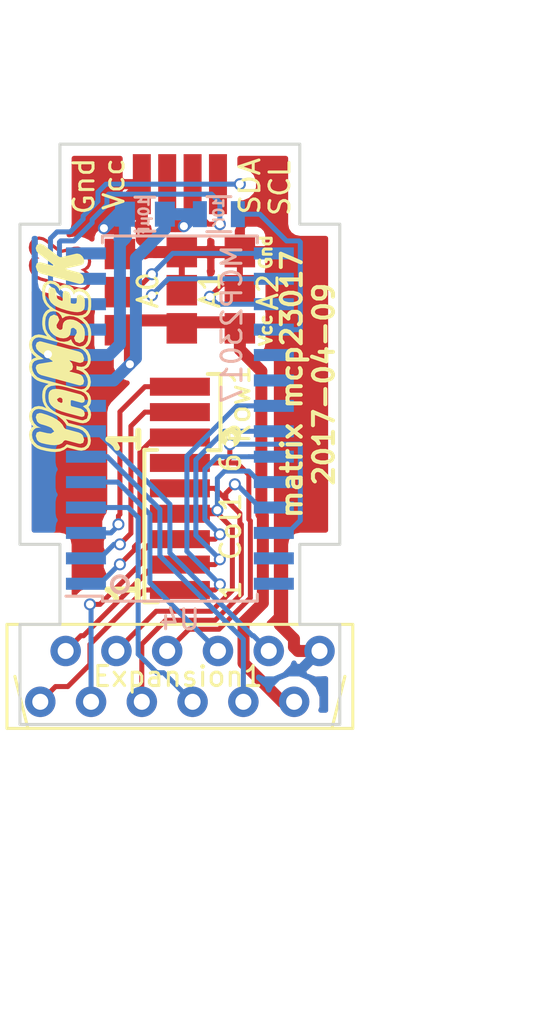
<source format=kicad_pcb>
(kicad_pcb (version 4) (host pcbnew 4.0.5+dfsg1-4)

  (general
    (links 38)
    (no_connects 0)
    (area 41.924999 44.924999 58.075001 74.075001)
    (thickness 1.6)
    (drawings 31)
    (tracks 285)
    (zones 0)
    (modules 11)
    (nets 22)
  )

  (page A4)
  (layers
    (0 F.Cu signal)
    (31 B.Cu signal)
    (32 B.Adhes user hide)
    (33 F.Adhes user hide)
    (34 B.Paste user hide)
    (35 F.Paste user hide)
    (36 B.SilkS user)
    (37 F.SilkS user hide)
    (38 B.Mask user hide)
    (39 F.Mask user hide)
    (40 Dwgs.User user)
    (41 Cmts.User user)
    (42 Eco1.User user)
    (43 Eco2.User user)
    (44 Edge.Cuts user)
    (45 Margin user)
    (46 B.CrtYd user hide)
    (47 F.CrtYd user hide)
    (48 B.Fab user)
    (49 F.Fab user hide)
  )

  (setup
    (last_trace_width 0.25)
    (user_trace_width 0.6)
    (trace_clearance 0.2)
    (zone_clearance 0.508)
    (zone_45_only no)
    (trace_min 0.2)
    (segment_width 0.2)
    (edge_width 0.15)
    (via_size 0.6)
    (via_drill 0.4)
    (via_min_size 0.4)
    (via_min_drill 0.3)
    (uvia_size 0.3)
    (uvia_drill 0.1)
    (uvias_allowed no)
    (uvia_min_size 0.2)
    (uvia_min_drill 0.1)
    (pcb_text_width 0.3)
    (pcb_text_size 1.5 1.5)
    (mod_edge_width 0.15)
    (mod_text_size 1 1)
    (mod_text_width 0.15)
    (pad_size 1.6 3.4)
    (pad_drill 0)
    (pad_to_mask_clearance 0.2)
    (aux_axis_origin 50 45)
    (visible_elements FFFFFF7F)
    (pcbplotparams
      (layerselection 0x00030_80000001)
      (usegerberextensions false)
      (excludeedgelayer true)
      (linewidth 0.100000)
      (plotframeref false)
      (viasonmask false)
      (mode 1)
      (useauxorigin false)
      (hpglpennumber 1)
      (hpglpenspeed 20)
      (hpglpendiameter 15)
      (hpglpenoverlay 2)
      (psnegative false)
      (psa4output false)
      (plotreference true)
      (plotvalue true)
      (plotinvisibletext false)
      (padsonsilk false)
      (subtractmaskfromsilk false)
      (outputformat 1)
      (mirror false)
      (drillshape 1)
      (scaleselection 1)
      (outputdirectory ""))
  )

  (net 0 "")
  (net 1 "Net-(Col1-Pad1)")
  (net 2 "Net-(Col1-Pad2)")
  (net 3 "Net-(Col1-Pad3)")
  (net 4 "Net-(Col1-Pad4)")
  (net 5 "Net-(Col1-Pad5)")
  (net 6 "Net-(Col1-Pad6)")
  (net 7 +5V)
  (net 8 GND)
  (net 9 /SCL)
  (net 10 /SDA)
  (net 11 "Net-(Expansion1-Pad7)")
  (net 12 "Net-(Expansion1-Pad8)")
  (net 13 "Net-(Expansion1-Pad9)")
  (net 14 "Net-(Expansion1-Pad10)")
  (net 15 "Net-(R1-Pad1)")
  (net 16 "Net-(Row1-Pad1)")
  (net 17 "Net-(Row1-Pad2)")
  (net 18 "Net-(Row1-Pad3)")
  (net 19 "Net-(A0-Pad2)")
  (net 20 "Net-(A1-Pad2)")
  (net 21 "Net-(A2-Pad2)")

  (net_class Default "This is the default net class."
    (clearance 0.2)
    (trace_width 0.25)
    (via_dia 0.6)
    (via_drill 0.4)
    (uvia_dia 0.3)
    (uvia_drill 0.1)
    (add_net +5V)
    (add_net /SCL)
    (add_net /SDA)
    (add_net GND)
    (add_net "Net-(A0-Pad2)")
    (add_net "Net-(A1-Pad2)")
    (add_net "Net-(A2-Pad2)")
    (add_net "Net-(Col1-Pad1)")
    (add_net "Net-(Col1-Pad2)")
    (add_net "Net-(Col1-Pad3)")
    (add_net "Net-(Col1-Pad4)")
    (add_net "Net-(Col1-Pad5)")
    (add_net "Net-(Col1-Pad6)")
    (add_net "Net-(Expansion1-Pad10)")
    (add_net "Net-(Expansion1-Pad7)")
    (add_net "Net-(Expansion1-Pad8)")
    (add_net "Net-(Expansion1-Pad9)")
    (add_net "Net-(R1-Pad1)")
    (add_net "Net-(Row1-Pad1)")
    (add_net "Net-(Row1-Pad2)")
    (add_net "Net-(Row1-Pad3)")
  )

  (net_class power ""
    (clearance 0.3)
    (trace_width 0.4)
    (via_dia 0.8)
    (via_drill 0.6)
    (uvia_dia 0.3)
    (uvia_drill 0.1)
  )

  (module Resistors_SMD:R_0805 (layer B.Cu) (tedit 58EA47F8) (tstamp 58E67486)
    (at 51.95 48.5 180)
    (descr "Resistor SMD 0805, reflow soldering, Vishay (see dcrcw.pdf)")
    (tags "resistor 0805")
    (path /58E6A84A)
    (attr smd)
    (fp_text reference R1 (at 2.254999 0.065 180) (layer B.Fab)
      (effects (font (size 1 1) (thickness 0.15)) (justify mirror))
    )
    (fp_text value 10K (at 0.004999 0.065 270) (layer B.SilkS)
      (effects (font (size 0.5 0.5) (thickness 0.125)) (justify mirror))
    )
    (fp_line (start -1 -0.625) (end -1 0.625) (layer B.Fab) (width 0.1))
    (fp_line (start 1 -0.625) (end -1 -0.625) (layer B.Fab) (width 0.1))
    (fp_line (start 1 0.625) (end 1 -0.625) (layer B.Fab) (width 0.1))
    (fp_line (start -1 0.625) (end 1 0.625) (layer B.Fab) (width 0.1))
    (fp_line (start -1.6 1) (end 1.6 1) (layer B.CrtYd) (width 0.05))
    (fp_line (start -1.6 -1) (end 1.6 -1) (layer B.CrtYd) (width 0.05))
    (fp_line (start -1.6 1) (end -1.6 -1) (layer B.CrtYd) (width 0.05))
    (fp_line (start 1.6 1) (end 1.6 -1) (layer B.CrtYd) (width 0.05))
    (fp_line (start 0.6 -0.875) (end -0.6 -0.875) (layer B.SilkS) (width 0.15))
    (fp_line (start -0.6 0.875) (end 0.6 0.875) (layer B.SilkS) (width 0.15))
    (pad 1 smd rect (at -0.95 0 180) (size 0.7 1.3) (layers B.Cu B.Paste B.Mask)
      (net 15 "Net-(R1-Pad1)"))
    (pad 2 smd rect (at 0.95 0 180) (size 0.7 1.3) (layers B.Cu B.Paste B.Mask)
      (net 7 +5V))
    (model Resistors_SMD.3dshapes/R_0805.wrl
      (at (xyz 0 0 0))
      (scale (xyz 1 1 1))
      (rotate (xyz 0 0 0))
    )
  )

  (module myComponents:solderPads_4_Grove_I2C (layer F.Cu) (tedit 58E53D59) (tstamp 58E55026)
    (at 50 47 180)
    (path /58E54ECF)
    (fp_text reference I2C1 (at 0.635 2.54 180) (layer F.SilkS) hide
      (effects (font (size 1 1) (thickness 0.15)))
    )
    (fp_text value CONN_01X04 (at 0.635 2.54 180) (layer F.Fab)
      (effects (font (size 1 1) (thickness 0.15)))
    )
    (fp_text user SDA (at -3.5 -0.1 270) (layer F.SilkS)
      (effects (font (size 1 1) (thickness 0.15)))
    )
    (fp_text user SCL (at -5 -0.2 270) (layer F.SilkS)
      (effects (font (size 1 1) (thickness 0.15)))
    )
    (fp_text user Gnd (at 4.8 -0.1 270) (layer F.SilkS)
      (effects (font (size 1 1) (thickness 0.15)))
    )
    (fp_text user Vcc (at 3.3 0 270) (layer F.SilkS)
      (effects (font (size 1 1) (thickness 0.15)))
    )
    (pad 1 smd rect (at -1.905 0 180) (size 0.9 3) (layers F.Cu F.Paste F.Mask)
      (net 9 /SCL))
    (pad 2 smd rect (at -0.635 0 180) (size 0.9 3) (layers F.Cu F.Paste F.Mask)
      (net 10 /SDA))
    (pad 3 smd rect (at 0.635 0 180) (size 0.9 3) (layers F.Cu F.Paste F.Mask)
      (net 7 +5V))
    (pad 4 smd rect (at 1.905 0 180) (size 0.9 3) (layers F.Cu F.Paste F.Mask)
      (net 8 GND))
  )

  (module myComponents:solderPads_6 (layer F.Cu) (tedit 58E54D6B) (tstamp 58E67BBF)
    (at 50 64.107 90)
    (path /58E2887C)
    (fp_text reference Col1 (at 0 2.54 90) (layer F.SilkS)
      (effects (font (size 1 1) (thickness 0.15)))
    )
    (fp_text value CONN_01X06 (at 0.635 -2.54 90) (layer F.Fab)
      (effects (font (size 1 1) (thickness 0.15)))
    )
    (fp_text user 6 (at 3.175 2.54 90) (layer F.SilkS)
      (effects (font (size 1 1) (thickness 0.15)))
    )
    (fp_text user 1 (at -3.175 2.54 90) (layer F.SilkS)
      (effects (font (size 1 1) (thickness 0.15)))
    )
    (pad 1 smd rect (at -3.175 0 90) (size 0.9 3) (layers F.Cu F.Paste F.Mask)
      (net 1 "Net-(Col1-Pad1)"))
    (pad 2 smd rect (at -1.905 0 90) (size 0.9 3) (layers F.Cu F.Paste F.Mask)
      (net 2 "Net-(Col1-Pad2)"))
    (pad 3 smd rect (at -0.635 0 90) (size 0.9 3) (layers F.Cu F.Paste F.Mask)
      (net 3 "Net-(Col1-Pad3)"))
    (pad 4 smd rect (at 0.635 0 90) (size 0.9 3) (layers F.Cu F.Paste F.Mask)
      (net 4 "Net-(Col1-Pad4)"))
    (pad 5 smd rect (at 1.905 0 90) (size 0.9 3) (layers F.Cu F.Paste F.Mask)
      (net 5 "Net-(Col1-Pad5)"))
    (pad 6 smd rect (at 3.175 0 90) (size 0.9 3) (layers F.Cu F.Paste F.Mask)
      (net 6 "Net-(Col1-Pad6)"))
  )

  (module myComponents:solderPads_3 (layer F.Cu) (tedit 58E54DB4) (tstamp 58E67BE6)
    (at 50 58.392 90)
    (path /58E288CF)
    (fp_text reference Row1 (at 0.392 3 90) (layer F.SilkS)
      (effects (font (size 1 1) (thickness 0.15)))
    )
    (fp_text value CONN_01X03 (at 0.635 -2.54 90) (layer F.Fab)
      (effects (font (size 1 1) (thickness 0.15)))
    )
    (fp_circle (center -1.27 2.54) (end -1.27 2.2) (layer F.SilkS) (width 0.3))
    (pad 1 smd rect (at -1.27 0 90) (size 0.9 3) (layers F.Cu F.Paste F.Mask)
      (net 16 "Net-(Row1-Pad1)"))
    (pad 2 smd rect (at 0 0 90) (size 0.9 3) (layers F.Cu F.Paste F.Mask)
      (net 17 "Net-(Row1-Pad2)"))
    (pad 3 smd rect (at 1.27 0 90) (size 0.9 3) (layers F.Cu F.Paste F.Mask)
      (net 18 "Net-(Row1-Pad3)"))
  )

  (module myComponents:microMatch-12_90_THT (layer F.Cu) (tedit 58E6787B) (tstamp 58E67BC0)
    (at 50 71.6)
    (path /58E38DE5)
    (fp_text reference Expansion1 (at -0.1 0) (layer F.SilkS)
      (effects (font (size 1 1) (thickness 0.15)))
    )
    (fp_text value CONN_01X12 (at -2.54 -3.81) (layer F.Fab)
      (effects (font (size 1 1) (thickness 0.15)))
    )
    (fp_line (start 8.255 0) (end 7.62 2.54) (layer F.SilkS) (width 0.15))
    (fp_line (start -8.255 0) (end -7.62 2.54) (layer F.SilkS) (width 0.15))
    (fp_line (start 8.65 -2.6) (end -8.65 -2.6) (layer F.SilkS) (width 0.15))
    (fp_line (start -8.65 2.6) (end -8.65 -2.6) (layer F.SilkS) (width 0.15))
    (fp_line (start -8.65 2.6) (end 8.65 2.6) (layer F.SilkS) (width 0.15))
    (fp_line (start 8.65 -2.6) (end 8.65 2.6) (layer F.SilkS) (width 0.15))
    (pad 1 thru_hole circle (at -6.985 1.27) (size 1.524 1.524) (drill 0.8) (layers *.Cu *.Mask)
      (net 1 "Net-(Col1-Pad1)"))
    (pad 2 thru_hole circle (at -5.715 -1.27) (size 1.524 1.524) (drill 0.8) (layers *.Cu *.Mask)
      (net 2 "Net-(Col1-Pad2)"))
    (pad 3 thru_hole circle (at -4.445 1.27) (size 1.524 1.524) (drill 0.8) (layers *.Cu *.Mask)
      (net 3 "Net-(Col1-Pad3)"))
    (pad 4 thru_hole circle (at -3.175 -1.27) (size 1.524 1.524) (drill 0.8) (layers *.Cu *.Mask)
      (net 4 "Net-(Col1-Pad4)"))
    (pad 5 thru_hole circle (at -1.905 1.27) (size 1.524 1.524) (drill 0.8) (layers *.Cu *.Mask)
      (net 5 "Net-(Col1-Pad5)"))
    (pad 6 thru_hole circle (at -0.635 -1.27) (size 1.524 1.524) (drill 0.8) (layers *.Cu *.Mask)
      (net 6 "Net-(Col1-Pad6)"))
    (pad 7 thru_hole circle (at 0.635 1.27) (size 1.524 1.524) (drill 0.8) (layers *.Cu *.Mask)
      (net 11 "Net-(Expansion1-Pad7)"))
    (pad 8 thru_hole circle (at 1.905 -1.27) (size 1.524 1.524) (drill 0.8) (layers *.Cu *.Mask)
      (net 12 "Net-(Expansion1-Pad8)"))
    (pad 9 thru_hole circle (at 3.175 1.27) (size 1.524 1.524) (drill 0.8) (layers *.Cu *.Mask)
      (net 13 "Net-(Expansion1-Pad9)"))
    (pad 10 thru_hole circle (at 4.445 -1.27) (size 1.524 1.524) (drill 0.8) (layers *.Cu *.Mask)
      (net 14 "Net-(Expansion1-Pad10)"))
    (pad 11 thru_hole circle (at 5.715 1.27) (size 1.524 1.524) (drill 0.8) (layers *.Cu *.Mask)
      (net 7 +5V))
    (pad 12 thru_hole circle (at 6.985 -1.27) (size 1.524 1.524) (drill 0.8) (layers *.Cu *.Mask)
      (net 8 GND))
    (model /mnt/gruscht/projects/keyboard/kicad_boards/myComponents.pretty/3d-models/micro-match_12.wrl
      (at (xyz 0 0 0))
      (scale (xyz 1 1 1))
      (rotate (xyz 0 0 0))
    )
  )

  (module Capacitors_SMD:C_0805 (layer B.Cu) (tedit 58EA4800) (tstamp 58E7B218)
    (at 48.25 48.5 180)
    (descr "Capacitor SMD 0805, reflow soldering, AVX (see smccp.pdf)")
    (tags "capacitor 0805")
    (path /58E7C0BD)
    (attr smd)
    (fp_text reference C1 (at 1.85 -0.1 180) (layer B.Fab)
      (effects (font (size 1 1) (thickness 0.15)) (justify mirror))
    )
    (fp_text value 10µF (at 0.05 -0.1 270) (layer B.SilkS)
      (effects (font (size 0.5 0.5) (thickness 0.125)) (justify mirror))
    )
    (fp_line (start -1 -0.625) (end -1 0.625) (layer B.Fab) (width 0.15))
    (fp_line (start 1 -0.625) (end -1 -0.625) (layer B.Fab) (width 0.15))
    (fp_line (start 1 0.625) (end 1 -0.625) (layer B.Fab) (width 0.15))
    (fp_line (start -1 0.625) (end 1 0.625) (layer B.Fab) (width 0.15))
    (fp_line (start -1.8 1) (end 1.8 1) (layer B.CrtYd) (width 0.05))
    (fp_line (start -1.8 -1) (end 1.8 -1) (layer B.CrtYd) (width 0.05))
    (fp_line (start -1.8 1) (end -1.8 -1) (layer B.CrtYd) (width 0.05))
    (fp_line (start 1.8 1) (end 1.8 -1) (layer B.CrtYd) (width 0.05))
    (fp_line (start 0.5 0.85) (end -0.5 0.85) (layer B.SilkS) (width 0.15))
    (fp_line (start -0.5 -0.85) (end 0.5 -0.85) (layer B.SilkS) (width 0.15))
    (pad 1 smd rect (at -1 0 180) (size 1 1.25) (layers B.Cu B.Paste B.Mask)
      (net 7 +5V))
    (pad 2 smd rect (at 1 0 180) (size 1 1.25) (layers B.Cu B.Paste B.Mask)
      (net 8 GND))
    (model Capacitors_SMD.3dshapes/C_0805.wrl
      (at (xyz 0 0 0))
      (scale (xyz 1 1 1))
      (rotate (xyz 0 0 0))
    )
  )

  (module Housings_SOIC:SOIC-28W_7.5x17.9mm_Pitch1.27mm (layer B.Cu) (tedit 58EA47CE) (tstamp 58E7D073)
    (at 50 58.715)
    (descr "28-Lead Plastic Small Outline (SO) - Wide, 7.50 mm Body [SOIC] (see Microchip Packaging Specification 00000049BS.pdf)")
    (tags "SOIC 1.27")
    (path /58E7C6EE)
    (attr smd)
    (fp_text reference U4 (at 0 10.05) (layer B.SilkS)
      (effects (font (size 1 1) (thickness 0.15)) (justify mirror))
    )
    (fp_text value MCP23017 (at 2.6 -4.715 90) (layer B.SilkS)
      (effects (font (size 1 1) (thickness 0.15)) (justify mirror))
    )
    (fp_line (start -2.75 8.95) (end 3.75 8.95) (layer B.Fab) (width 0.15))
    (fp_line (start 3.75 8.95) (end 3.75 -8.95) (layer B.Fab) (width 0.15))
    (fp_line (start 3.75 -8.95) (end -3.75 -8.95) (layer B.Fab) (width 0.15))
    (fp_line (start -3.75 -8.95) (end -3.75 7.95) (layer B.Fab) (width 0.15))
    (fp_line (start -3.75 7.95) (end -2.75 8.95) (layer B.Fab) (width 0.15))
    (fp_line (start -5.95 9.3) (end -5.95 -9.3) (layer B.CrtYd) (width 0.05))
    (fp_line (start 5.95 9.3) (end 5.95 -9.3) (layer B.CrtYd) (width 0.05))
    (fp_line (start -5.95 9.3) (end 5.95 9.3) (layer B.CrtYd) (width 0.05))
    (fp_line (start -5.95 -9.3) (end 5.95 -9.3) (layer B.CrtYd) (width 0.05))
    (fp_line (start -3.875 9.125) (end -3.875 8.875) (layer B.SilkS) (width 0.15))
    (fp_line (start 3.875 9.125) (end 3.875 8.78) (layer B.SilkS) (width 0.15))
    (fp_line (start 3.875 -9.125) (end 3.875 -8.78) (layer B.SilkS) (width 0.15))
    (fp_line (start -3.875 -9.125) (end -3.875 -8.78) (layer B.SilkS) (width 0.15))
    (fp_line (start -3.875 9.125) (end 3.875 9.125) (layer B.SilkS) (width 0.15))
    (fp_line (start -3.875 -9.125) (end 3.875 -9.125) (layer B.SilkS) (width 0.15))
    (fp_line (start -3.875 8.875) (end -5.7 8.875) (layer B.SilkS) (width 0.15))
    (pad 1 smd rect (at -4.7 8.255) (size 2 0.6) (layers B.Cu B.Paste B.Mask)
      (net 16 "Net-(Row1-Pad1)"))
    (pad 2 smd rect (at -4.7 6.985) (size 2 0.6) (layers B.Cu B.Paste B.Mask)
      (net 17 "Net-(Row1-Pad2)"))
    (pad 3 smd rect (at -4.7 5.715) (size 2 0.6) (layers B.Cu B.Paste B.Mask)
      (net 18 "Net-(Row1-Pad3)"))
    (pad 4 smd rect (at -4.7 4.445) (size 2 0.6) (layers B.Cu B.Paste B.Mask)
      (net 11 "Net-(Expansion1-Pad7)"))
    (pad 5 smd rect (at -4.7 3.175) (size 2 0.6) (layers B.Cu B.Paste B.Mask)
      (net 12 "Net-(Expansion1-Pad8)"))
    (pad 6 smd rect (at -4.7 1.905) (size 2 0.6) (layers B.Cu B.Paste B.Mask)
      (net 13 "Net-(Expansion1-Pad9)"))
    (pad 7 smd rect (at -4.7 0.635) (size 2 0.6) (layers B.Cu B.Paste B.Mask)
      (net 14 "Net-(Expansion1-Pad10)"))
    (pad 8 smd rect (at -4.7 -0.635) (size 2 0.6) (layers B.Cu B.Paste B.Mask))
    (pad 9 smd rect (at -4.7 -1.905) (size 2 0.6) (layers B.Cu B.Paste B.Mask)
      (net 7 +5V))
    (pad 10 smd rect (at -4.7 -3.175) (size 2 0.6) (layers B.Cu B.Paste B.Mask)
      (net 8 GND))
    (pad 11 smd rect (at -4.7 -4.445) (size 2 0.6) (layers B.Cu B.Paste B.Mask))
    (pad 12 smd rect (at -4.7 -5.715) (size 2 0.6) (layers B.Cu B.Paste B.Mask)
      (net 9 /SCL))
    (pad 13 smd rect (at -4.7 -6.985) (size 2 0.6) (layers B.Cu B.Paste B.Mask)
      (net 10 /SDA))
    (pad 14 smd rect (at -4.7 -8.255) (size 2 0.6) (layers B.Cu B.Paste B.Mask))
    (pad 15 smd rect (at 4.7 -8.255) (size 2 0.6) (layers B.Cu B.Paste B.Mask)
      (net 19 "Net-(A0-Pad2)"))
    (pad 16 smd rect (at 4.7 -6.985) (size 2 0.6) (layers B.Cu B.Paste B.Mask)
      (net 20 "Net-(A1-Pad2)"))
    (pad 17 smd rect (at 4.7 -5.715) (size 2 0.6) (layers B.Cu B.Paste B.Mask)
      (net 21 "Net-(A2-Pad2)"))
    (pad 18 smd rect (at 4.7 -4.445) (size 2 0.6) (layers B.Cu B.Paste B.Mask)
      (net 15 "Net-(R1-Pad1)"))
    (pad 19 smd rect (at 4.7 -3.175) (size 2 0.6) (layers B.Cu B.Paste B.Mask))
    (pad 20 smd rect (at 4.7 -1.905) (size 2 0.6) (layers B.Cu B.Paste B.Mask))
    (pad 21 smd rect (at 4.7 -0.635) (size 2 0.6) (layers B.Cu B.Paste B.Mask)
      (net 1 "Net-(Col1-Pad1)"))
    (pad 22 smd rect (at 4.7 0.635) (size 2 0.6) (layers B.Cu B.Paste B.Mask)
      (net 2 "Net-(Col1-Pad2)"))
    (pad 23 smd rect (at 4.7 1.905) (size 2 0.6) (layers B.Cu B.Paste B.Mask)
      (net 3 "Net-(Col1-Pad3)"))
    (pad 24 smd rect (at 4.7 3.175) (size 2 0.6) (layers B.Cu B.Paste B.Mask)
      (net 4 "Net-(Col1-Pad4)"))
    (pad 25 smd rect (at 4.7 4.445) (size 2 0.6) (layers B.Cu B.Paste B.Mask)
      (net 5 "Net-(Col1-Pad5)"))
    (pad 26 smd rect (at 4.7 5.715) (size 2 0.6) (layers B.Cu B.Paste B.Mask)
      (net 6 "Net-(Col1-Pad6)"))
    (pad 27 smd rect (at 4.7 6.985) (size 2 0.6) (layers B.Cu B.Paste B.Mask))
    (pad 28 smd rect (at 4.7 8.255) (size 2 0.6) (layers B.Cu B.Paste B.Mask))
    (model Housings_SOIC.3dshapes/SOIC-28_7.5x17.9mm_Pitch1.27mm.wrl
      (at (xyz 0 0 0))
      (scale (xyz 1 1 1))
      (rotate (xyz 0 0 0))
    )
  )

  (module myComponents:addr_jumper (layer F.Cu) (tedit 58E7D1DA) (tstamp 58E972BE)
    (at 47 52.395 90)
    (path /58E81F3D)
    (fp_text reference A0 (at 0.095 1.4 90) (layer F.SilkS)
      (effects (font (size 1 1) (thickness 0.15)))
    )
    (fp_text value address_sel (at 0 -1.905 90) (layer F.Fab)
      (effects (font (size 1 1) (thickness 0.15)))
    )
    (fp_line (start 0.635 0) (end 1.27 0) (layer F.Cu) (width 0.3))
    (pad 1 smd rect (at -1.905 0 90) (size 1.524 1.524) (layers F.Cu F.Paste F.Mask)
      (net 7 +5V))
    (pad 2 smd rect (at 0 0 90) (size 1.524 1.524) (layers F.Cu F.Paste F.Mask)
      (net 19 "Net-(A0-Pad2)"))
    (pad 3 smd rect (at 1.905 0 90) (size 1.524 1.524) (layers F.Cu F.Paste F.Mask)
      (net 8 GND))
  )

  (module myComponents:addr_jumper (layer F.Cu) (tedit 58E7D1DA) (tstamp 58E972C6)
    (at 50.095 52.3 90)
    (path /58E82010)
    (fp_text reference A1 (at 0 1.405 90) (layer F.SilkS)
      (effects (font (size 1 1) (thickness 0.15)))
    )
    (fp_text value address_sel (at 0 -1.905 90) (layer F.Fab)
      (effects (font (size 1 1) (thickness 0.15)))
    )
    (fp_line (start 0.635 0) (end 1.27 0) (layer F.Cu) (width 0.3))
    (pad 1 smd rect (at -1.905 0 90) (size 1.524 1.524) (layers F.Cu F.Paste F.Mask)
      (net 7 +5V))
    (pad 2 smd rect (at 0 0 90) (size 1.524 1.524) (layers F.Cu F.Paste F.Mask)
      (net 20 "Net-(A1-Pad2)"))
    (pad 3 smd rect (at 1.905 0 90) (size 1.524 1.524) (layers F.Cu F.Paste F.Mask)
      (net 8 GND))
  )

  (module myComponents:addr_jumper (layer F.Cu) (tedit 58E7D1DA) (tstamp 58E972CE)
    (at 53 52.3 90)
    (path /58E82047)
    (fp_text reference A2 (at -0.1 1.4 90) (layer F.SilkS)
      (effects (font (size 1 1) (thickness 0.15)))
    )
    (fp_text value address_sel (at 0 -1.905 90) (layer F.Fab)
      (effects (font (size 1 1) (thickness 0.15)))
    )
    (fp_line (start 0.635 0) (end 1.27 0) (layer F.Cu) (width 0.3))
    (pad 1 smd rect (at -1.905 0 90) (size 1.524 1.524) (layers F.Cu F.Paste F.Mask)
      (net 7 +5V))
    (pad 2 smd rect (at 0 0 90) (size 1.524 1.524) (layers F.Cu F.Paste F.Mask)
      (net 21 "Net-(A2-Pad2)"))
    (pad 3 smd rect (at 1.905 0 90) (size 1.524 1.524) (layers F.Cu F.Paste F.Mask)
      (net 8 GND))
  )

  (module myComponents:logo (layer F.Cu) (tedit 58EA325D) (tstamp 58EA2874)
    (at 44 55 90)
    (descr "Imported from logo.svg")
    (tags svg2mod)
    (attr smd)
    (fp_text reference svg2mod (at 0 -4.613096 90) (layer F.SilkS) hide
      (effects (font (thickness 0.3048)))
    )
    (fp_text value G*** (at 0 4.613096 90) (layer F.SilkS) hide
      (effects (font (thickness 0.3048)))
    )
    (fp_poly (pts (xy -4.527974 -1.547938) (xy -4.527974 -1.398559) (xy -4.387832 -1.377063) (xy -4.273863 -1.31257)
      (xy -4.195325 -1.21165) (xy -4.169132 -1.073342) (xy -4.184015 -0.94987) (xy -4.092443 -1.140424)
      (xy -3.944788 -1.286111) (xy -3.778417 -1.370377) (xy -3.600829 -1.398559) (xy -3.456832 -1.377063)
      (xy -3.339002 -1.31257) (xy -3.260463 -1.208787) (xy -3.234271 -1.069484) (xy -3.253013 -0.934987)
      (xy -3.256871 -0.916246) (xy -3.33836 -0.648877) (xy -3.431136 -0.410815) (xy -3.535201 -0.202057)
      (xy -3.650558 -0.022601) (xy -3.777209 0.127555) (xy -3.915156 0.248412) (xy -4.064401 0.339974)
      (xy -4.221498 0.934735) (xy -4.3112 1.129867) (xy -4.460725 1.282001) (xy -4.629086 1.369131)
      (xy -4.812401 1.398307) (xy -4.954414 1.377804) (xy -5.066511 1.316176) (xy -5.147637 1.210524)
      (xy -5.174549 1.07309) (xy -5.156359 0.934735) (xy -4.999263 0.339974) (xy -5.132185 0.205377)
      (xy -5.211918 0.015944) (xy -5.23849 -0.228329) (xy -5.226401 -0.424869) (xy -5.19018 -0.650521)
      (xy -5.129901 -0.905221) (xy -5.122184 -0.934987) (xy -5.031762 -1.130394) (xy -4.879649 -1.282804)
      (xy -4.711289 -1.369658) (xy -4.527974 -1.398559) (xy -4.527974 -1.547938) (xy -4.757839 -1.511174)
      (xy -4.967292 -1.404071) (xy -5.09977 -1.284547) (xy -5.200417 -1.139996) (xy -5.266602 -0.974675)
      (xy -5.274319 -0.943806) (xy -5.336853 -0.679919) (xy -5.374978 -0.441911) (xy -5.387869 -0.228329)
      (xy -5.360518 0.004594) (xy -5.2827 0.203231) (xy -5.160769 0.366983) (xy -5.300777 0.896701)
      (xy -5.323928 1.07309) (xy -5.282444 1.270369) (xy -5.162974 1.430278) (xy -5.162422 1.430278)
      (xy -5.000698 1.519076) (xy -4.812401 1.547687) (xy -4.582271 1.510573) (xy -4.373082 1.403268)
      (xy -4.242394 1.283596) (xy -4.142859 1.139404) (xy -4.077079 0.974423) (xy -3.933212 0.42872)
      (xy -3.513769 0.056861) (xy -3.427156 -0.153308) (xy -3.328989 -0.331396) (xy -3.219389 -0.477478)
      (xy -3.055268 -0.622171) (xy -2.870385 -0.709156) (xy -2.664866 -0.738203) (xy -2.522652 -0.738203)
      (xy -2.321848 -0.707157) (xy -2.17704 -0.612526) (xy -2.089178 -0.454034) (xy -2.059632 -0.234392)
      (xy -2.069427 -0.082849) (xy -2.09882 0.096486) (xy -2.147826 0.304145) (xy -2.147826 0.30635)
      (xy -2.191844 0.468966) (xy -2.223894 0.585265) (xy -2.287845 0.81374) (xy -2.350122 1.052144)
      (xy -2.420681 1.202734) (xy -2.537535 1.320035) (xy -2.669875 1.387654) (xy -2.812592 1.410434)
      (xy -3.008824 1.343737) (xy -3.095365 1.149158) (xy -3.095365 1.143646) (xy -3.25191 1.325547)
      (xy -3.379311 1.38899) (xy -3.517045 1.410434) (xy -3.720443 1.343737) (xy -3.803125 1.149158)
      (xy -3.788794 1.046081) (xy -3.788794 1.044427) (xy -3.588703 0.299184) (xy -3.513769 0.056861)
      (xy -3.933212 0.42872) (xy -3.741941 0.293672) (xy -3.933212 1.005842) (xy -3.937622 1.040569)
      (xy -3.952505 1.149158) (xy -3.918619 1.318886) (xy -3.815252 1.459492) (xy -3.674471 1.535629)
      (xy -3.517045 1.559813) (xy -3.333882 1.53094) (xy -3.167023 1.448468) (xy -3.137257 1.414844)
      (xy -3.104736 1.45839) (xy -2.969803 1.53404) (xy -2.225812 1.209529) (xy -2.252006 1.07309)
      (xy -2.233264 0.934735) (xy -1.73221 -0.934987) (xy -1.642508 -1.12753) (xy -1.492982 -1.278945)
      (xy -1.317301 -1.368663) (xy -1.134141 -1.398559) (xy -0.960433 -1.367363) (xy -0.843176 -1.273818)
      (xy -0.782466 -1.117991) (xy -0.733959 -0.811515) (xy -0.520639 -1.117991) (xy -0.378996 -1.273818)
      (xy -0.213274 -1.367363) (xy -0.023442 -1.398559) (xy 0.120558 -1.376071) (xy 0.238385 -1.308711)
      (xy 0.316922 -1.203058) (xy 0.343116 -1.065625) (xy 0.324375 -0.934987) (xy -0.17668 0.934735)
      (xy -0.263519 1.129866) (xy -0.412049 1.282001) (xy -0.583273 1.369131) (xy -0.767583 1.398307)
      (xy -0.908719 1.376812) (xy -1.025552 1.312317) (xy -1.104089 1.209529) (xy -1.130283 1.07309)
      (xy -1.111541 0.934735) (xy -1.081776 0.826146) (xy -1.268086 0.826146) (xy -1.294545 0.934735)
      (xy -1.384247 1.129866) (xy -1.533772 1.282001) (xy -1.704997 1.369131) (xy -1.889306 1.398307)
      (xy -2.030442 1.376812) (xy -2.147275 1.312317) (xy -2.225812 1.209529) (xy -2.969803 1.53404)
      (xy -2.812592 1.559813) (xy -2.623431 1.529268) (xy -2.451546 1.442404) (xy -2.34461 1.29082)
      (xy -2.242084 1.428073) (xy -2.077956 1.517902) (xy -1.889306 1.547687) (xy -1.658831 1.51086)
      (xy -1.447783 1.40437) (xy -1.340164 1.308606) (xy -1.253755 1.197665) (xy -1.204698 1.324406)
      (xy -1.120361 1.428073) (xy -0.956232 1.517902) (xy -0.767583 1.547687) (xy -0.083152 1.162309)
      (xy -0.114944 1.006393) (xy -0.089836 0.860008) (xy -0.014072 0.724171) (xy 0.101484 0.620183)
      (xy 0.247204 0.55605) (xy 0.154567 0.400374) (xy 0.123181 0.203272) (xy 0.149998 -0.01726)
      (xy 0.230344 -0.22674) (xy 0.364062 -0.425113) (xy 0.547822 -0.598853) (xy 0.754613 -0.703316)
      (xy 0.983628 -0.738203) (xy 1.126393 -0.738203) (xy 1.355869 -0.707819) (xy 1.527677 -0.614731)
      (xy 1.621854 -0.489832) (xy 1.653354 -0.33306) (xy 1.628645 -0.186523) (xy 1.554687 -0.05194)
      (xy 1.43769 0.053993) (xy 1.291757 0.118937) (xy 1.383805 0.27482) (xy 1.414678 0.473368)
      (xy 1.387573 0.692636) (xy 1.306327 0.901731) (xy 1.171041 1.1001) (xy 0.986629 1.273952)
      (xy 0.781277 1.378696) (xy 0.555334 1.413741) (xy 0.412569 1.413741) (xy 0.183093 1.382806)
      (xy 0.011284 1.289167) (xy -0.083152 1.162309) (xy -0.767583 1.547687) (xy -0.537108 1.51086)
      (xy -0.32606 1.40437) (xy -0.188807 1.263259) (xy -0.087935 1.401063) (xy 0.055992 1.493742)
      (xy 0.224599 1.546438) (xy 0.412569 1.56312) (xy 0.555334 1.56312) (xy 0.760409 1.538625)
      (xy 1.432317 0.911584) (xy 1.442704 0.753739) (xy 1.474282 0.56055) (xy 1.527677 0.332808)
      (xy 1.608172 0.070819) (xy 1.694014 -0.146722) (xy 1.785095 -0.320933) (xy 1.924292 -0.502922)
      (xy 2.084008 -0.633381) (xy 2.264043 -0.711935) (xy 2.464192 -0.738203) (xy 2.748619 -0.738203)
      (xy 2.959183 -0.66434) (xy 3.029739 -0.475825) (xy 2.997586 -0.313222) (xy 2.901857 -0.164388)
      (xy 2.788534 -0.068843) (xy 2.657118 -0.016662) (xy 2.768463 0.046727) (xy 2.838467 0.235794)
      (xy 2.807421 0.397522) (xy 2.71279 0.545577) (xy 2.599466 0.641122) (xy 2.468051 0.693303)
      (xy 2.579396 0.756693) (xy 2.648298 0.945208) (xy 2.616976 1.106937) (xy 2.52207 1.254991)
      (xy 2.365897 1.373458) (xy 2.17756 1.413741) (xy 1.893133 1.413741) (xy 1.692176 1.382423)
      (xy 1.547521 1.287513) (xy 1.460856 1.129811) (xy 1.432317 0.911584) (xy 0.760409 1.538625)
      (xy 0.952584 1.467208) (xy 1.128725 1.351969) (xy 1.285694 1.196011) (xy 1.314908 1.148055)
      (xy 1.362247 1.277136) (xy 1.437278 1.388385) (xy 1.564903 1.48769) (xy 1.719786 1.54482)
      (xy 1.893133 1.56312) (xy 2.17756 1.56312) (xy 2.347751 1.53821) (xy 2.50233 1.466997)
      (xy 2.633415 1.354761) (xy 2.754779 1.162293) (xy 2.797677 0.945208) (xy 2.771503 0.824994)
      (xy 2.710034 0.713147) (xy 2.824136 0.645347) (xy 2.824687 0.644796) (xy 2.945458 0.452276)
      (xy 2.987847 0.235794) (xy 2.961442 0.114636) (xy 2.899652 0.003181) (xy 3.013202 -0.064618)
      (xy 3.013754 -0.065169) (xy 3.135501 -0.257613) (xy 3.179118 -0.475825) (xy 3.151127 -0.632673)
      (xy 3.067222 -0.767969) (xy 2.92066 -0.86018) (xy 2.748619 -0.887583) (xy 2.464192 -0.887583)
      (xy 2.263077 -0.86043) (xy 2.079317 -0.783709) (xy 1.91326 -0.66453) (xy 1.765251 -0.51)
      (xy 1.710012 -0.627648) (xy 1.626345 -0.727179) (xy 1.625794 -0.727179) (xy 1.482014 -0.819271)
      (xy 1.313733 -0.871249) (xy 1.126393 -0.887583) (xy 0.983628 -0.887583) (xy 0.77342 -0.856548)
      (xy 0.579652 -0.771494) (xy 0.401545 -0.644497) (xy 0.468242 -0.894748) (xy 0.492495 -1.065625)
      (xy 0.452379 -1.262342) (xy 0.33595 -1.422261) (xy 0.169544 -1.516551) (xy -0.023442 -1.547938)
      (xy -0.20388 -1.524592) (xy -0.370189 -1.456973) (xy -0.518154 -1.348709) (xy -0.64356 -1.203429)
      (xy -0.65734 -1.183585) (xy -0.709236 -1.32859) (xy -0.801207 -1.445412) (xy -0.955403 -1.524002)
      (xy -1.134141 -1.547938) (xy -1.364161 -1.510249) (xy -1.578421 -1.401866) (xy -1.710314 -1.281637)
      (xy -1.81019 -1.138307) (xy -1.876077 -0.975226) (xy -1.985218 -0.568429) (xy -2.066798 -0.713399)
      (xy -2.194678 -0.812544) (xy -2.349595 -0.869417) (xy -2.522652 -0.887583) (xy -2.664866 -0.887583)
      (xy -2.855619 -0.861243) (xy -3.031858 -0.78897) (xy -3.194033 -0.680877) (xy -3.112453 -0.877661)
      (xy -3.106389 -0.90467) (xy -3.108594 -0.896953) (xy -3.084892 -1.069484) (xy -3.125426 -1.268508)
      (xy -3.244193 -1.428325) (xy -3.409842 -1.518377) (xy -3.600829 -1.547938) (xy -3.824525 -1.511932)
      (xy -4.030226 -1.408481) (xy -4.106845 -1.332964) (xy -4.179606 -1.427773) (xy -4.341137 -1.517929)
      (xy -4.527974 -1.547938)) (layer F.SilkS) (width 0))
    (fp_poly (pts (xy -2.701246 -0.575043) (xy -2.749753 -0.151159) (xy -2.664866 -0.02934) (xy -2.678646 0.067674)
      (xy -2.749753 0.124449) (xy -2.891967 0.124449) (xy -2.937166 0.067674) (xy -2.860496 -0.096403)
      (xy -2.749753 -0.151159) (xy -2.701246 -0.575043) (xy -2.88135 -0.545797) (xy -3.038491 -0.457631)
      (xy -3.173086 -0.309909) (xy -3.266686 -0.147) (xy -3.353027 0.064883) (xy -3.432158 0.325642)
      (xy -3.625083 1.049939) (xy -3.625083 1.051593) (xy -3.633902 1.108919) (xy -3.595868 1.211997)
      (xy -3.479011 1.246172) (xy -3.320812 1.193806) (xy -3.219389 1.046081) (xy -3.219389 1.044427)
      (xy -3.100877 0.597943) (xy -3.073868 0.554397) (xy -3.029219 0.540065) (xy -2.842909 0.540065)
      (xy -2.801567 0.558255) (xy -2.79826 0.605108) (xy -2.918976 1.049939) (xy -2.918976 1.051593)
      (xy -2.926142 1.108919) (xy -2.888659 1.211997) (xy -2.772904 1.246172) (xy -2.616359 1.193806)
      (xy -2.513833 1.044427) (xy -2.322561 0.332808) (xy -2.320908 0.332808) (xy -2.3176 0.320681)
      (xy -2.26857 0.115224) (xy -2.238852 -0.059014) (xy -2.228855 -0.201871) (xy -2.249907 -0.366743)
      (xy -2.312088 -0.482991) (xy -2.4151 -0.552029) (xy -2.560686 -0.575043) (xy -2.701246 -0.575043)) (layer F.SilkS) (width 0))
    (fp_poly (pts (xy 0.94601 -0.574909) (xy 1.088487 -0.574909) (xy 1.265989 -0.552729) (xy 1.394406 -0.488189)
      (xy 1.484465 -0.300921) (xy 1.405361 -0.10984) (xy 1.219522 -0.028837) (xy 1.095629 -0.093648)
      (xy 0.958394 -0.171323) (xy 0.825448 -0.151312) (xy 0.721096 -0.023607) (xy 0.726323 0.060734)
      (xy 0.765875 0.11315) (xy 0.818291 0.127443) (xy 0.904541 0.131283) (xy 1.053498 0.16008)
      (xy 1.158521 0.239452) (xy 1.222986 0.35506) (xy 1.244772 0.500578) (xy 1.224757 0.673628)
      (xy 1.164398 0.838467) (xy 1.063221 0.995671) (xy 0.923495 1.134523) (xy 0.766125 1.217978)
      (xy 0.591 1.24584) (xy 0.449 1.24584) (xy 0.27224 1.223919) (xy 0.14451 1.159589)
      (xy 0.054452 0.972321) (xy 0.130217 0.783147) (xy 0.31939 0.698325) (xy 0.438041 0.765035)
      (xy 0.571464 0.8408) (xy 0.713464 0.820789) (xy 0.818296 0.693085) (xy 0.812536 0.608743)
      (xy 0.772984 0.558237) (xy 0.721048 0.543943) (xy 0.634317 0.540103) (xy 0.484464 0.510378)
      (xy 0.377002 0.428601) (xy 0.313976 0.314437) (xy 0.292181 0.168902) (xy 0.312683 -0.004106)
      (xy 0.373954 -0.168952) (xy 0.475637 -0.326191) (xy 0.614856 -0.464676) (xy 0.771291 -0.54744)
      (xy 0.945952 -0.574929) (xy 0.94601 -0.574909)) (layer F.SilkS) (width 0))
    (fp_poly (pts (xy 2.428424 -0.574909) (xy 2.710995 -0.574909) (xy 2.824404 -0.540605) (xy 2.862046 -0.435773)
      (xy 2.784852 -0.254223) (xy 2.595677 -0.171311) (xy 2.457013 -0.171311) (xy 2.298334 -0.136996)
      (xy 2.230542 -0.055133) (xy 2.172536 0.086486) (xy 2.170616 0.091713) (xy 2.172536 0.122209)
      (xy 2.201123 0.135073) (xy 2.519908 0.135073) (xy 2.633317 0.170817) (xy 2.67144 0.275169)
      (xy 2.593765 0.45529) (xy 2.402684 0.540111) (xy 2.091524 0.540111) (xy 2.060548 0.549178)
      (xy 2.042916 0.572527) (xy 2.039076 0.579674) (xy 2.022873 0.714526) (xy 2.033838 0.783145)
      (xy 2.07339 0.826505) (xy 2.188706 0.840798) (xy 2.330706 0.840798) (xy 2.444115 0.877011)
      (xy 2.482237 0.981363) (xy 2.404563 1.161485) (xy 2.215388 1.245826) (xy 1.930912 1.245826)
      (xy 1.786269 1.223002) (xy 1.684556 1.154338) (xy 1.62278 1.038128) (xy 1.601644 0.873197)
      (xy 1.61156 0.727582) (xy 1.641489 0.548667) (xy 1.691703 0.336647) (xy 1.773843 0.071344)
      (xy 1.861458 -0.143031) (xy 1.95426 -0.30664) (xy 2.090206 -0.457668) (xy 2.24789 -0.548138)
      (xy 2.42791 -0.578251) (xy 2.428424 -0.574909)) (layer F.SilkS) (width 0))
    (fp_poly (pts (xy -1.186372 -1.215338) (xy -1.042282 -1.173296) (xy -0.976708 -1.04713) (xy -0.86854 -0.374299)
      (xy -0.857106 -0.366725) (xy -0.838524 -0.374299) (xy -0.371068 -1.04713) (xy -0.235666 -1.173297)
      (xy -0.068485 -1.215338) (xy 0.084951 -1.159114) (xy 0.148802 -1.013301) (xy 0.137367 -0.935157)
      (xy -0.363445 0.934666) (xy -0.415022 1.051375) (xy -0.502108 1.140042) (xy -0.715109 1.211039)
      (xy -0.880569 1.162437) (xy -0.935733 1.016623) (xy -0.924298 0.93466) (xy -0.804695 0.497225)
      (xy -0.808535 0.478163) (xy -0.823788 0.485737) (xy -0.95919 0.611904) (xy -1.126372 0.653945)
      (xy -1.273065 0.611903) (xy -1.339371 0.485737) (xy -1.354624 0.478163) (xy -1.365579 0.497225)
      (xy -1.481371 0.93466) (xy -1.535785 1.051369) (xy -1.623847 1.140036) (xy -1.836847 1.211034)
      (xy -2.002308 1.162432) (xy -2.057471 1.016618) (xy -2.046037 0.934655) (xy -1.545225 -0.935168)
      (xy -1.491047 -1.049035) (xy -1.403226 -1.136732) (xy -1.186414 -1.215356) (xy -1.186372 -1.215338)) (layer F.SilkS) (width 0))
    (fp_poly (pts (xy 3.955243 1.061664) (xy 3.790732 0.340051) (xy 3.7683 0.313875) (xy 3.745879 0.347529)
      (xy 3.588845 0.934541) (xy 3.534633 1.051383) (xy 3.446768 1.140182) (xy 3.233652 1.211222)
      (xy 3.068206 1.162617) (xy 3.013058 1.016799) (xy 3.024268 0.934538) (xy 3.525278 -0.934928)
      (xy 3.580426 -1.052705) (xy 3.671095 -1.144308) (xy 3.880472 -1.211604) (xy 4.045917 -1.162998)
      (xy 4.101065 -1.017179) (xy 4.08611 -0.934928) (xy 3.929076 -0.347915) (xy 3.936542 -0.314261)
      (xy 3.970196 -0.340427) (xy 4.52355 -1.062041) (xy 4.653476 -1.177013) (xy 4.803966 -1.215337)
      (xy 4.968476 -1.155518) (xy 5.035772 -1.005961) (xy 4.960999 -0.807796) (xy 4.370256 -0.041317)
      (xy 4.347824 0.040944) (xy 4.527289 0.807424) (xy 4.531022 0.870987) (xy 4.500177 1.000915)
      (xy 4.407639 1.114018) (xy 4.284256 1.18973) (xy 4.153396 1.214967) (xy 4.023469 1.176643)
      (xy 3.955235 1.06167) (xy 3.955243 1.061664)) (layer F.SilkS) (width 0))
    (fp_poly (pts (xy -4.169021 0.209188) (xy -4.232584 0.276484) (xy -4.408312 0.934535) (xy -4.462524 1.051377)
      (xy -4.550389 1.140177) (xy -4.763504 1.211217) (xy -4.926147 1.162611) (xy -4.980361 1.016793)
      (xy -4.96915 0.934542) (xy -4.797162 0.283968) (xy -4.819583 0.209184) (xy -4.94629 0.106156)
      (xy -5.022315 -0.053371) (xy -5.047656 -0.269398) (xy -5.035193 -0.456345) (xy -4.997804 -0.678188)
      (xy -4.935488 -0.934929) (xy -4.880341 -1.052705) (xy -4.789673 -1.144307) (xy -4.580296 -1.211603)
      (xy -4.41485 -1.162997) (xy -4.359701 -1.017179) (xy -4.374655 -0.934917) (xy -4.441951 -0.644216)
      (xy -4.464383 -0.452595) (xy -4.35969 -0.288082) (xy -4.187702 -0.422684) (xy -4.12871 -0.542745)
      (xy -4.066396 -0.713489) (xy -4.000758 -0.934917) (xy -4.004491 -0.934917) (xy -3.950279 -1.052694)
      (xy -3.862414 -1.144298) (xy -3.649298 -1.211594) (xy -3.486657 -1.162987) (xy -3.432443 -1.017168)
      (xy -3.443654 -0.934917) (xy -3.43992 -0.934917) (xy -3.531835 -0.636218) (xy -3.635589 -0.380724)
      (xy -3.751182 -0.168435) (xy -3.878616 0.000647) (xy -4.017889 0.126525) (xy -4.169002 0.209197)
      (xy -4.169021 0.209188)) (layer F.SilkS) (width 0))
    (fp_poly (pts (xy 4.849469 -1.565096) (xy 4.269403 -1.184452) (xy 4.288094 -1.024728) (xy 4.377683 -1.14052)
      (xy 4.517709 -1.283795) (xy 4.673542 -1.369697) (xy 4.845139 -1.398312) (xy 4.845141 -1.398312)
      (xy 4.99284 -1.37304) (xy 5.114369 -1.297292) (xy 5.198398 -1.186229) (xy 5.226348 -1.047124)
      (xy 5.194513 -0.8872) (xy 5.09912 -0.721668) (xy 4.542081 0.003579) (xy 4.710289 0.728827)
      (xy 4.721545 0.890021) (xy 4.675505 1.044571) (xy 4.572101 1.192471) (xy 4.434993 1.310963)
      (xy 4.287901 1.382174) (xy 4.130853 1.405947) (xy 3.95052 1.36436) (xy 3.818348 1.239649)
      (xy 3.734396 1.031887) (xy 3.632515 1.191611) (xy 3.491378 1.312074) (xy 3.340945 1.379539)
      (xy 3.181169 1.402134) (xy 3.040854 1.380509) (xy 2.926713 1.315887) (xy 2.842679 1.210267)
      (xy 2.814733 1.072867) (xy 2.833313 0.938491) (xy 3.334601 -0.931332) (xy 3.425266 -1.123678)
      (xy 3.577622 -1.274896) (xy 3.748578 -1.364848) (xy 3.93262 -1.394976) (xy 4.077646 -1.372381)
      (xy 4.190889 -1.304916) (xy 4.269403 -1.184452) (xy 4.849469 -1.565096) (xy 4.671801 -1.535847)
      (xy 4.509089 -1.456195) (xy 4.361523 -1.338277) (xy 4.303869 -1.428337) (xy 4.134262 -1.528135)
      (xy 3.936474 -1.559854) (xy 3.701439 -1.52161) (xy 3.486173 -1.41023) (xy 3.352185 -1.289699)
      (xy 3.249763 -1.144163) (xy 3.182161 -0.978036) (xy 2.681348 0.893217) (xy 2.656092 1.069526)
      (xy 2.702513 1.27506) (xy 2.83097 1.43882) (xy 2.996683 1.529746) (xy 3.185494 1.559378)
      (xy 3.388963 1.531604) (xy 3.580044 1.447874) (xy 3.703937 1.305874) (xy 3.768747 1.428337)
      (xy 3.936398 1.530753) (xy 4.132801 1.565096) (xy 4.336492 1.533412) (xy 4.525196 1.442854)
      (xy 4.692699 1.300157) (xy 4.819928 1.113438) (xy 4.881418 0.906454) (xy 4.869427 0.691656)
      (xy 4.717896 0.039791) (xy 5.229191 -0.62494) (xy 5.345838 -0.829642) (xy 5.387869 -1.046174)
      (xy 5.345095 -1.248432) (xy 5.223949 -1.415469) (xy 5.222029 -1.415469) (xy 5.049702 -1.523063)
      (xy 4.845618 -1.561278) (xy 4.849469 -1.565096)) (layer F.Mask) (width 0))
    (fp_poly (pts (xy 4.849469 -1.565096) (xy 4.269403 -1.184452) (xy 4.288094 -1.024728) (xy 4.377683 -1.14052)
      (xy 4.517709 -1.283795) (xy 4.673542 -1.369697) (xy 4.845139 -1.398312) (xy 4.845141 -1.398312)
      (xy 4.99284 -1.37304) (xy 5.114369 -1.297292) (xy 5.198398 -1.186229) (xy 5.226348 -1.047124)
      (xy 5.194513 -0.8872) (xy 5.09912 -0.721668) (xy 4.542081 0.003579) (xy 4.710289 0.728827)
      (xy 4.721545 0.890021) (xy 4.675505 1.044571) (xy 4.572101 1.192471) (xy 4.434993 1.310963)
      (xy 4.287901 1.382174) (xy 4.130853 1.405947) (xy 3.95052 1.36436) (xy 3.818348 1.239649)
      (xy 3.734396 1.031887) (xy 3.632515 1.191611) (xy 3.491378 1.312074) (xy 3.340945 1.379539)
      (xy 3.181169 1.402134) (xy 3.040854 1.380509) (xy 2.926713 1.315887) (xy 2.842679 1.210267)
      (xy 2.814733 1.072867) (xy 2.833313 0.938491) (xy 3.334601 -0.931332) (xy 3.425266 -1.123678)
      (xy 3.577622 -1.274896) (xy 3.748578 -1.364848) (xy 3.93262 -1.394976) (xy 4.077646 -1.372381)
      (xy 4.190889 -1.304916) (xy 4.269403 -1.184452) (xy 4.849469 -1.565096) (xy 4.671801 -1.535847)
      (xy 4.509089 -1.456195) (xy 4.361523 -1.338277) (xy 4.303869 -1.428337) (xy 4.134262 -1.528135)
      (xy 3.936474 -1.559854) (xy 3.701439 -1.52161) (xy 3.486173 -1.41023) (xy 3.352185 -1.289699)
      (xy 3.249763 -1.144163) (xy 3.182161 -0.978036) (xy 2.681348 0.893217) (xy 2.656092 1.069526)
      (xy 2.702513 1.27506) (xy 2.83097 1.43882) (xy 2.996683 1.529746) (xy 3.185494 1.559378)
      (xy 3.388963 1.531604) (xy 3.580044 1.447874) (xy 3.703937 1.305874) (xy 3.768747 1.428337)
      (xy 3.936398 1.530753) (xy 4.132801 1.565096) (xy 4.336492 1.533412) (xy 4.525196 1.442854)
      (xy 4.692699 1.300157) (xy 4.819928 1.113438) (xy 4.881418 0.906454) (xy 4.869427 0.691656)
      (xy 4.717896 0.039791) (xy 5.229191 -0.62494) (xy 5.345838 -0.829642) (xy 5.387869 -1.046174)
      (xy 5.345095 -1.248432) (xy 5.223949 -1.415469) (xy 5.222029 -1.415469) (xy 5.049702 -1.523063)
      (xy 4.845618 -1.561278) (xy 4.849469 -1.565096)) (layer F.Cu) (width 0))
  )

  (gr_circle (center 47 67) (end 47.4 67) (layer B.SilkS) (width 0.2))
  (gr_text "matrix mcp23017\n2017-04-09" (at 56.4 57 90) (layer F.SilkS)
    (effects (font (size 1 1) (thickness 0.2)))
  )
  (gr_text Vcc (at 54.3 54.3 90) (layer F.SilkS) (tstamp 58E9717D)
    (effects (font (size 0.6 0.6) (thickness 0.15)))
  )
  (gr_text Gnd (at 54.3 50.4 90) (layer F.SilkS)
    (effects (font (size 0.6 0.6) (thickness 0.15)))
  )
  (gr_text 1 (at 47.206 67.262828 90) (layer F.SilkS) (tstamp 58E67953)
    (effects (font (size 1.5 1.5) (thickness 0.3)))
  )
  (gr_text 1 (at 47.244 59.747 90) (layer F.SilkS)
    (effects (font (size 1.5 1.5) (thickness 0.3)))
  )
  (gr_line (start 48.222 60.277828) (end 48.857 60.277828) (layer F.SilkS) (width 0.2))
  (gr_line (start 48.222 67.897828) (end 48.222 60.277828) (layer F.SilkS) (width 0.2))
  (gr_line (start 48.895 67.897828) (end 48.26 67.897828) (layer F.SilkS) (width 0.2))
  (gr_line (start 52.032 56.4866) (end 51.397 56.4866) (layer F.SilkS) (width 0.2))
  (gr_line (start 52.032 60.2966) (end 52.032 56.4866) (layer F.SilkS) (width 0.2))
  (gr_line (start 51.397 60.2966) (end 52.032 60.2966) (layer F.SilkS) (width 0.2))
  (gr_line (start 44 49) (end 42 49) (layer Edge.Cuts) (width 0.15))
  (gr_line (start 44 45) (end 44 49) (layer Edge.Cuts) (width 0.15))
  (gr_line (start 56 49) (end 56 45) (layer Edge.Cuts) (width 0.15))
  (gr_line (start 58 49) (end 56 49) (layer Edge.Cuts) (width 0.15))
  (dimension 16 (width 0.3) (layer Eco2.User)
    (gr_text "16.000 mm" (at 50 39.65) (layer Eco2.User) (tstamp 58E63689)
      (effects (font (size 1.5 1.5) (thickness 0.3)))
    )
    (feature1 (pts (xy 42 44) (xy 42 38.3)))
    (feature2 (pts (xy 58 44) (xy 58 38.3)))
    (crossbar (pts (xy 58 41) (xy 42 41)))
    (arrow1a (pts (xy 42 41) (xy 43.126504 40.413579)))
    (arrow1b (pts (xy 42 41) (xy 43.126504 41.586421)))
    (arrow2a (pts (xy 58 41) (xy 56.873496 40.413579)))
    (arrow2b (pts (xy 58 41) (xy 56.873496 41.586421)))
  )
  (dimension 4 (width 0.3) (layer Eco2.User)
    (gr_text "4.000 mm" (at 66.35 67 270) (layer Eco2.User) (tstamp 58E63687)
      (effects (font (size 1.5 1.5) (thickness 0.3)))
    )
    (feature1 (pts (xy 63.5 69) (xy 67.7 69)))
    (feature2 (pts (xy 63.5 65) (xy 67.7 65)))
    (crossbar (pts (xy 65 65) (xy 65 69)))
    (arrow1a (pts (xy 65 69) (xy 64.413579 67.873496)))
    (arrow1b (pts (xy 65 69) (xy 65.586421 67.873496)))
    (arrow2a (pts (xy 65 65) (xy 64.413579 66.126504)))
    (arrow2b (pts (xy 65 65) (xy 65.586421 66.126504)))
  )
  (dimension 20 (width 0.3) (layer Eco2.User)
    (gr_text "20.000 mm" (at 63.35 55 90) (layer Eco2.User) (tstamp 58E882C8)
      (effects (font (size 1.5 1.5) (thickness 0.3)))
    )
    (feature1 (pts (xy 60.5 45) (xy 64.7 45)))
    (feature2 (pts (xy 60.5 65) (xy 64.7 65)))
    (crossbar (pts (xy 62 65) (xy 62 45)))
    (arrow1a (pts (xy 62 45) (xy 62.586421 46.126504)))
    (arrow1b (pts (xy 62 45) (xy 61.413579 46.126504)))
    (arrow2a (pts (xy 62 65) (xy 62.586421 63.873496)))
    (arrow2b (pts (xy 62 65) (xy 61.413579 63.873496)))
  )
  (gr_line (start 42 49) (end 42 65) (layer Edge.Cuts) (width 0.15))
  (gr_line (start 58 65) (end 58 49) (layer Edge.Cuts) (width 0.15))
  (gr_line (start 56 65) (end 58 65) (layer Edge.Cuts) (width 0.15))
  (gr_line (start 56 65) (end 56 69) (layer Edge.Cuts) (width 0.15))
  (gr_line (start 58 69) (end 56 69) (layer Edge.Cuts) (width 0.15))
  (gr_line (start 44 65) (end 42 65) (layer Edge.Cuts) (width 0.15))
  (gr_line (start 44 65) (end 44 69) (layer Edge.Cuts) (width 0.15))
  (gr_line (start 42 69) (end 44 69) (layer Edge.Cuts) (width 0.15))
  (gr_line (start 56 45) (end 44 45) (layer Edge.Cuts) (width 0.15))
  (gr_line (start 58 74) (end 58 69) (layer Edge.Cuts) (width 0.15))
  (gr_line (start 42 74) (end 58 74) (layer Edge.Cuts) (width 0.15))
  (gr_line (start 42 74) (end 42 69) (layer Edge.Cuts) (width 0.15))

  (segment (start 43.015 72.87) (end 43.776999 72.108001) (width 0.25) (layer F.Cu) (net 1))
  (segment (start 43.776999 72.108001) (end 44.391999 72.108001) (width 0.25) (layer F.Cu) (net 1))
  (segment (start 44.391999 72.108001) (end 45.5 71) (width 0.25) (layer F.Cu) (net 1))
  (segment (start 45.5 71) (end 45.5 70) (width 0.25) (layer F.Cu) (net 1))
  (segment (start 45.5 70) (end 48.218 67.282) (width 0.25) (layer F.Cu) (net 1))
  (segment (start 48.218 67.282) (end 50 67.282) (width 0.25) (layer F.Cu) (net 1))
  (segment (start 51.75 67.282) (end 52 67.032) (width 0.25) (layer F.Cu) (net 1))
  (segment (start 50 67.282) (end 51.75 67.282) (width 0.25) (layer F.Cu) (net 1))
  (segment (start 52.858588 58.08) (end 50.34998 60.588608) (width 0.25) (layer B.Cu) (net 1))
  (segment (start 50.34998 60.588608) (end 50.34998 65.34998) (width 0.25) (layer B.Cu) (net 1))
  (segment (start 54.7 58.08) (end 52.858588 58.08) (width 0.25) (layer B.Cu) (net 1))
  (via (at 52 67) (size 0.6) (drill 0.4) (layers F.Cu B.Cu) (net 1))
  (segment (start 51.700001 66.700001) (end 52 67) (width 0.25) (layer B.Cu) (net 1))
  (segment (start 50.34998 65.34998) (end 51.700001 66.700001) (width 0.25) (layer B.Cu) (net 1))
  (segment (start 52 67.032) (end 52 67) (width 0.25) (layer F.Cu) (net 1))
  (segment (start 52 65.762) (end 52 65.75) (width 0.25) (layer F.Cu) (net 2))
  (segment (start 51.75 66.012) (end 52 65.762) (width 0.25) (layer F.Cu) (net 2))
  (segment (start 50 66.012) (end 51.75 66.012) (width 0.25) (layer F.Cu) (net 2))
  (segment (start 51.700001 65.450001) (end 52 65.75) (width 0.25) (layer B.Cu) (net 2))
  (segment (start 50.799989 64.549989) (end 51.700001 65.450001) (width 0.25) (layer B.Cu) (net 2))
  (segment (start 50.799989 60.775009) (end 50.799989 64.549989) (width 0.25) (layer B.Cu) (net 2))
  (segment (start 52.224998 59.35) (end 50.799989 60.775009) (width 0.25) (layer B.Cu) (net 2))
  (segment (start 54.7 59.35) (end 52.224998 59.35) (width 0.25) (layer B.Cu) (net 2))
  (via (at 52 65.75) (size 0.6) (drill 0.4) (layers F.Cu B.Cu) (net 2))
  (segment (start 48.734998 66.012) (end 50 66.012) (width 0.25) (layer F.Cu) (net 2))
  (segment (start 45.178997 69.568001) (end 48.734998 66.012) (width 0.25) (layer F.Cu) (net 2))
  (segment (start 45.046999 69.568001) (end 45.178997 69.568001) (width 0.25) (layer F.Cu) (net 2))
  (segment (start 44.285 70.33) (end 45.046999 69.568001) (width 0.25) (layer F.Cu) (net 2))
  (segment (start 51.758 64.742) (end 52 64.5) (width 0.25) (layer F.Cu) (net 3))
  (segment (start 51.700001 64.200001) (end 52 64.5) (width 0.25) (layer B.Cu) (net 3))
  (segment (start 51.249999 63.749999) (end 51.700001 64.200001) (width 0.25) (layer B.Cu) (net 3))
  (segment (start 51.249999 61.238591) (end 51.249999 63.749999) (width 0.25) (layer B.Cu) (net 3))
  (segment (start 53.45 60.62) (end 53.444999 60.625001) (width 0.25) (layer B.Cu) (net 3))
  (segment (start 50 64.742) (end 51.758 64.742) (width 0.25) (layer F.Cu) (net 3))
  (via (at 52 64.5) (size 0.6) (drill 0.4) (layers F.Cu B.Cu) (net 3))
  (segment (start 53.444999 60.625001) (end 51.863589 60.625001) (width 0.25) (layer B.Cu) (net 3))
  (segment (start 51.863589 60.625001) (end 51.249999 61.238591) (width 0.25) (layer B.Cu) (net 3))
  (segment (start 54.7 60.62) (end 53.45 60.62) (width 0.25) (layer B.Cu) (net 3))
  (segment (start 46.000002 67.999998) (end 45.924264 67.999998) (width 0.25) (layer F.Cu) (net 3))
  (segment (start 48.174999 65.825001) (end 46.000002 67.999998) (width 0.25) (layer F.Cu) (net 3))
  (segment (start 48.174999 65.301999) (end 48.174999 65.825001) (width 0.25) (layer F.Cu) (net 3))
  (segment (start 45.924264 67.999998) (end 45.5 67.999998) (width 0.25) (layer F.Cu) (net 3))
  (segment (start 48.476998 65) (end 48.174999 65.301999) (width 0.25) (layer F.Cu) (net 3))
  (segment (start 49.742 65) (end 48.476998 65) (width 0.25) (layer F.Cu) (net 3))
  (segment (start 45.555 68.054998) (end 45.5 67.999998) (width 0.25) (layer B.Cu) (net 3))
  (segment (start 45.555 72.87) (end 45.555 68.054998) (width 0.25) (layer B.Cu) (net 3))
  (via (at 45.5 67.999998) (size 0.6) (drill 0.4) (layers F.Cu B.Cu) (net 3))
  (segment (start 50 63.472) (end 51.897002 63.472) (width 0.25) (layer F.Cu) (net 4))
  (segment (start 51.897002 63.472) (end 52.625001 64.199999) (width 0.25) (layer F.Cu) (net 4))
  (segment (start 48.812022 68.342978) (end 47.586999 69.568001) (width 0.25) (layer F.Cu) (net 4))
  (segment (start 51.582024 68.342978) (end 48.812022 68.342978) (width 0.25) (layer F.Cu) (net 4))
  (segment (start 47.586999 69.568001) (end 46.825 70.33) (width 0.25) (layer F.Cu) (net 4))
  (segment (start 52.625001 67.300001) (end 51.582024 68.342978) (width 0.25) (layer F.Cu) (net 4))
  (segment (start 52.625001 64.199999) (end 52.625001 67.300001) (width 0.25) (layer F.Cu) (net 4))
  (segment (start 53.45 61.34) (end 52.234974 61.34) (width 0.25) (layer B.Cu) (net 4))
  (segment (start 51.874975 61.699999) (end 51.874975 62.868653) (width 0.25) (layer B.Cu) (net 4))
  (segment (start 51.874975 62.868653) (end 51.875 62.868678) (width 0.25) (layer B.Cu) (net 4))
  (segment (start 54.7 61.89) (end 54 61.89) (width 0.25) (layer B.Cu) (net 4))
  (segment (start 52.234974 61.34) (end 51.874975 61.699999) (width 0.25) (layer B.Cu) (net 4))
  (segment (start 51.875 62.868678) (end 51.875 63.292942) (width 0.25) (layer B.Cu) (net 4))
  (segment (start 54 61.89) (end 53.45 61.34) (width 0.25) (layer B.Cu) (net 4))
  (segment (start 51.875 63.292942) (end 50.179058 63.292942) (width 0.25) (layer F.Cu) (net 4))
  (segment (start 50.179058 63.292942) (end 50 63.472) (width 0.25) (layer F.Cu) (net 4))
  (via (at 51.875 63.292942) (size 0.6) (drill 0.4) (layers F.Cu B.Cu) (net 4))
  (segment (start 53 63.452) (end 52.298 62.75) (width 0.25) (layer F.Cu) (net 5))
  (segment (start 49.293249 68.792989) (end 51.768424 68.792989) (width 0.25) (layer F.Cu) (net 5))
  (segment (start 51.768424 68.792989) (end 53.075012 67.486401) (width 0.25) (layer F.Cu) (net 5))
  (segment (start 53 63.938587) (end 53 63.452) (width 0.25) (layer F.Cu) (net 5))
  (segment (start 48.095 72.87) (end 48.095 69.991238) (width 0.25) (layer F.Cu) (net 5))
  (segment (start 53.075012 64.013599) (end 53 63.938587) (width 0.25) (layer F.Cu) (net 5))
  (segment (start 53.075012 67.486401) (end 53.075012 64.013599) (width 0.25) (layer F.Cu) (net 5))
  (segment (start 48.095 69.991238) (end 49.293249 68.792989) (width 0.25) (layer F.Cu) (net 5))
  (segment (start 52.84 62) (end 52.749992 62) (width 0.25) (layer B.Cu) (net 5))
  (via (at 52.749992 62) (size 0.6) (drill 0.4) (layers F.Cu B.Cu) (net 5))
  (segment (start 52.298 62.75) (end 52.298 62.451992) (width 0.25) (layer F.Cu) (net 5))
  (segment (start 54 63.16) (end 52.84 62) (width 0.25) (layer B.Cu) (net 5))
  (segment (start 52.449993 62.299999) (end 52.749992 62) (width 0.25) (layer F.Cu) (net 5))
  (segment (start 52.298 62.451992) (end 52.449993 62.299999) (width 0.25) (layer F.Cu) (net 5))
  (segment (start 54.7 63.16) (end 54 63.16) (width 0.25) (layer B.Cu) (net 5))
  (segment (start 52.298 62.75) (end 51.75 62.202) (width 0.25) (layer F.Cu) (net 5))
  (segment (start 51.75 62.202) (end 50 62.202) (width 0.25) (layer F.Cu) (net 5))
  (segment (start 49.365 70.33) (end 50.452001 69.242999) (width 0.25) (layer F.Cu) (net 6))
  (segment (start 53.450011 61.525007) (end 52.857004 60.932) (width 0.25) (layer F.Cu) (net 6))
  (segment (start 53.525023 63.827199) (end 53.450011 63.752187) (width 0.25) (layer F.Cu) (net 6))
  (segment (start 53.525023 67.672801) (end 53.525023 63.827199) (width 0.25) (layer F.Cu) (net 6))
  (segment (start 51.954825 69.242999) (end 53.525023 67.672801) (width 0.25) (layer F.Cu) (net 6))
  (segment (start 53.450011 63.752187) (end 53.450011 61.525007) (width 0.25) (layer F.Cu) (net 6))
  (segment (start 52.857004 60.932) (end 52.25 60.932) (width 0.25) (layer F.Cu) (net 6))
  (segment (start 50.452001 69.242999) (end 51.954825 69.242999) (width 0.25) (layer F.Cu) (net 6))
  (segment (start 52.924264 60) (end 52.5 60) (width 0.25) (layer B.Cu) (net 6))
  (segment (start 55.960001 59.994999) (end 52.929265 59.994999) (width 0.25) (layer B.Cu) (net 6))
  (segment (start 52.929265 59.994999) (end 52.924264 60) (width 0.25) (layer B.Cu) (net 6))
  (segment (start 56.025001 60.059999) (end 55.960001 59.994999) (width 0.25) (layer B.Cu) (net 6))
  (segment (start 55.4 64.43) (end 56.025001 63.804999) (width 0.25) (layer B.Cu) (net 6))
  (segment (start 54.7 64.43) (end 55.4 64.43) (width 0.25) (layer B.Cu) (net 6))
  (segment (start 52.75 60) (end 52.5 60) (width 0.25) (layer B.Cu) (net 6))
  (segment (start 52.5 60.682) (end 52.5 60.424264) (width 0.25) (layer F.Cu) (net 6))
  (segment (start 56.025001 63.804999) (end 56.025001 60.059999) (width 0.25) (layer B.Cu) (net 6))
  (segment (start 52.755001 59.994999) (end 52.75 60) (width 0.25) (layer B.Cu) (net 6))
  (segment (start 52.25 60.932) (end 52.5 60.682) (width 0.25) (layer F.Cu) (net 6))
  (segment (start 52.5 60.424264) (end 52.5 60) (width 0.25) (layer F.Cu) (net 6))
  (via (at 52.5 60) (size 0.6) (drill 0.4) (layers F.Cu B.Cu) (net 6))
  (segment (start 52.25 60.932) (end 50 60.932) (width 0.25) (layer F.Cu) (net 6))
  (segment (start 47.8 55.7) (end 47.8 50.7) (width 0.6) (layer B.Cu) (net 7))
  (segment (start 47.5 56) (end 47.8 55.7) (width 0.6) (layer B.Cu) (net 7))
  (segment (start 47.8 50.7) (end 49.25 49.25) (width 0.6) (layer B.Cu) (net 7))
  (segment (start 49.25 49.25) (end 49.25 48.5) (width 0.6) (layer B.Cu) (net 7))
  (segment (start 49.365018 49.100018) (end 49.775736 49.100018) (width 0.6) (layer F.Cu) (net 7))
  (segment (start 49.775736 49.100018) (end 50.2 49.100018) (width 0.6) (layer F.Cu) (net 7))
  (segment (start 49.365 49.1) (end 49.365018 49.100018) (width 0.6) (layer F.Cu) (net 7))
  (segment (start 49.365 47) (end 49.365 49.1) (width 0.6) (layer F.Cu) (net 7))
  (segment (start 50.499999 48.800019) (end 50.2 49.100018) (width 0.6) (layer B.Cu) (net 7))
  (segment (start 50.800018 48.5) (end 50.499999 48.800019) (width 0.6) (layer B.Cu) (net 7))
  (segment (start 51 48.5) (end 50.800018 48.5) (width 0.6) (layer B.Cu) (net 7))
  (via (at 50.2 49.100018) (size 0.6) (drill 0.4) (layers F.Cu B.Cu) (net 7))
  (segment (start 49.25 48.5) (end 51 48.5) (width 0.6) (layer B.Cu) (net 7))
  (segment (start 53.182999 68.898724) (end 54.150034 67.931689) (width 0.6) (layer F.Cu) (net 7))
  (segment (start 53.182999 70.935761) (end 53.182999 68.898724) (width 0.6) (layer F.Cu) (net 7))
  (segment (start 54.150034 63.568311) (end 54.075022 63.493299) (width 0.6) (layer F.Cu) (net 7))
  (segment (start 54.150034 67.931689) (end 54.150034 63.568311) (width 0.6) (layer F.Cu) (net 7))
  (segment (start 47 53.905) (end 47.5 54.405) (width 0.6) (layer F.Cu) (net 7))
  (segment (start 47.095 53.81) (end 47 53.905) (width 0.6) (layer F.Cu) (net 7))
  (segment (start 54.075022 63.493299) (end 54.075022 56.342022) (width 0.6) (layer F.Cu) (net 7))
  (segment (start 55.715 72.87) (end 55.117238 72.87) (width 0.6) (layer F.Cu) (net 7))
  (segment (start 54.075022 56.342022) (end 53 55.267) (width 0.6) (layer F.Cu) (net 7))
  (segment (start 53 55.267) (end 53 53.905) (width 0.6) (layer F.Cu) (net 7))
  (segment (start 50 53.81) (end 47.095 53.81) (width 0.6) (layer F.Cu) (net 7))
  (segment (start 53 53.905) (end 50.095 53.905) (width 0.6) (layer F.Cu) (net 7))
  (segment (start 50.095 53.905) (end 50 53.81) (width 0.6) (layer F.Cu) (net 7))
  (segment (start 47.5 54.405) (end 47.5 56) (width 0.6) (layer F.Cu) (net 7))
  (segment (start 55.117238 72.87) (end 53.182999 70.935761) (width 0.6) (layer F.Cu) (net 7))
  (segment (start 45.3 56.81) (end 46.69 56.81) (width 0.6) (layer B.Cu) (net 7))
  (segment (start 46.69 56.81) (end 47.5 56) (width 0.6) (layer B.Cu) (net 7))
  (via (at 47.5 56) (size 0.6) (drill 0.4) (layers F.Cu B.Cu) (net 7))
  (segment (start 45.3 55.54) (end 46.46 55.54) (width 0.6) (layer B.Cu) (net 8))
  (segment (start 46.46 55.54) (end 46.99999 55.00001) (width 0.6) (layer B.Cu) (net 8))
  (segment (start 46.99999 55.00001) (end 46.99999 49.97501) (width 0.6) (layer B.Cu) (net 8))
  (segment (start 46.99999 49.97501) (end 47.25 49.725) (width 0.6) (layer B.Cu) (net 8))
  (segment (start 47.25 49.725) (end 47.25 48.5) (width 0.6) (layer B.Cu) (net 8))
  (segment (start 53 50.395) (end 50.095 50.395) (width 0.6) (layer F.Cu) (net 8))
  (segment (start 56.985 70.33) (end 55.90737 70.33) (width 0.6) (layer F.Cu) (net 8))
  (segment (start 55.90737 70.33) (end 55.707001 70.129631) (width 0.6) (layer F.Cu) (net 8))
  (segment (start 55.707001 70.129631) (end 55.707001 69.724239) (width 0.6) (layer F.Cu) (net 8))
  (segment (start 55.707001 69.724239) (end 55 69.017238) (width 0.6) (layer F.Cu) (net 8))
  (segment (start 55 69.017238) (end 55 50.733) (width 0.6) (layer F.Cu) (net 8))
  (segment (start 55 50.733) (end 54.662 50.395) (width 0.6) (layer F.Cu) (net 8))
  (segment (start 54.662 50.395) (end 53 50.395) (width 0.6) (layer F.Cu) (net 8))
  (segment (start 50.095 50.395) (end 48.733 50.395) (width 0.6) (layer F.Cu) (net 8))
  (segment (start 48.733 50.395) (end 48.095 49.757) (width 0.6) (layer F.Cu) (net 8))
  (segment (start 48.095 49.757) (end 48.095 49.1) (width 0.6) (layer F.Cu) (net 8))
  (segment (start 48.095 49.1) (end 48.095 47) (width 0.6) (layer F.Cu) (net 8))
  (segment (start 46.499999 48.900001) (end 46.2 49.2) (width 0.6) (layer B.Cu) (net 8))
  (segment (start 46.624264 49.2) (end 46.2 49.2) (width 0.6) (layer F.Cu) (net 8))
  (segment (start 46.945 49.2) (end 46.624264 49.2) (width 0.6) (layer F.Cu) (net 8))
  (segment (start 46.9 48.5) (end 46.499999 48.900001) (width 0.6) (layer B.Cu) (net 8))
  (segment (start 48.095 48.05) (end 46.945 49.2) (width 0.6) (layer F.Cu) (net 8))
  (segment (start 47.25 48.5) (end 46.9 48.5) (width 0.6) (layer B.Cu) (net 8))
  (segment (start 48.095 47) (end 48.095 48.05) (width 0.6) (layer F.Cu) (net 8))
  (via (at 46.2 49.2) (size 0.6) (drill 0.4) (layers F.Cu B.Cu) (net 8))
  (segment (start 45.3 55.54) (end 43.44 55.54) (width 0.6) (layer B.Cu) (net 8))
  (segment (start 43.44 55.54) (end 43.4 55.5) (width 0.6) (layer B.Cu) (net 8))
  (via (at 43.4 55.5) (size 0.6) (drill 0.4) (layers F.Cu B.Cu) (net 8))
  (segment (start 47 48.5) (end 47 50.5) (width 0.6) (layer F.Cu) (net 8))
  (segment (start 47.82568 49) (end 48.249944 49) (width 0.25) (layer F.Cu) (net 8))
  (segment (start 47 48.5) (end 47.5 49) (width 0.25) (layer F.Cu) (net 8))
  (segment (start 47.5 49) (end 47.82568 49) (width 0.25) (layer F.Cu) (net 8))
  (segment (start 47 48.5) (end 47 48.095) (width 0.6) (layer F.Cu) (net 8))
  (segment (start 47 48.095) (end 48.095 47) (width 0.6) (layer F.Cu) (net 8))
  (segment (start 47.1 48.5) (end 47.1 48.2) (width 0.25) (layer B.Cu) (net 8))
  (segment (start 45.3 53) (end 44.6 53) (width 0.25) (layer B.Cu) (net 9))
  (segment (start 44.51501 49.384988) (end 45.160128 48.739871) (width 0.25) (layer B.Cu) (net 9))
  (segment (start 43.853599 49.384988) (end 44.51501 49.384988) (width 0.25) (layer B.Cu) (net 9))
  (segment (start 43.524988 49.713599) (end 43.853599 49.384988) (width 0.25) (layer B.Cu) (net 9))
  (segment (start 45.9 47.849987) (end 45.9 47.4) (width 0.25) (layer B.Cu) (net 9))
  (segment (start 46.3 47) (end 52.575736 47) (width 0.25) (layer B.Cu) (net 9))
  (segment (start 44.6 53) (end 43.52499 51.92499) (width 0.25) (layer B.Cu) (net 9))
  (segment (start 43.52499 51.92499) (end 43.52499 51.206403) (width 0.25) (layer B.Cu) (net 9))
  (segment (start 43.52499 51.206403) (end 43.524988 51.206401) (width 0.25) (layer B.Cu) (net 9))
  (segment (start 43.524988 51.206401) (end 43.524988 49.713599) (width 0.25) (layer B.Cu) (net 9))
  (segment (start 45.160128 48.739871) (end 45.160128 48.589859) (width 0.25) (layer B.Cu) (net 9))
  (segment (start 45.160128 48.589859) (end 45.9 47.849987) (width 0.25) (layer B.Cu) (net 9))
  (segment (start 45.9 47.4) (end 46.3 47) (width 0.25) (layer B.Cu) (net 9))
  (segment (start 52.575736 47) (end 53 47) (width 0.25) (layer B.Cu) (net 9))
  (segment (start 51.905 47) (end 53 47) (width 0.25) (layer F.Cu) (net 9))
  (via (at 53 47) (size 0.6) (drill 0.4) (layers F.Cu B.Cu) (net 9))
  (segment (start 46.350011 48.036387) (end 46.350011 47.586399) (width 0.25) (layer B.Cu) (net 10))
  (segment (start 44.701411 49.834999) (end 45.610139 48.926271) (width 0.25) (layer B.Cu) (net 10))
  (segment (start 44.039999 49.834999) (end 44.701411 49.834999) (width 0.25) (layer B.Cu) (net 10))
  (segment (start 43.974999 49.899999) (end 44.039999 49.834999) (width 0.25) (layer B.Cu) (net 10))
  (segment (start 43.974999 51.104999) (end 43.974999 49.899999) (width 0.25) (layer B.Cu) (net 10))
  (segment (start 46.350011 47.586399) (end 46.43641 47.5) (width 0.25) (layer B.Cu) (net 10))
  (segment (start 44.6 51.73) (end 43.974999 51.104999) (width 0.25) (layer B.Cu) (net 10))
  (segment (start 46.43641 47.5) (end 51.585002 47.5) (width 0.25) (layer B.Cu) (net 10))
  (segment (start 45.3 51.73) (end 44.6 51.73) (width 0.25) (layer B.Cu) (net 10))
  (segment (start 52 48.575738) (end 52 49.000002) (width 0.25) (layer B.Cu) (net 10))
  (segment (start 45.610139 48.776259) (end 46.350011 48.036387) (width 0.25) (layer B.Cu) (net 10))
  (segment (start 45.610139 48.926271) (end 45.610139 48.776259) (width 0.25) (layer B.Cu) (net 10))
  (segment (start 51.585002 47.5) (end 52 47.914998) (width 0.25) (layer B.Cu) (net 10))
  (segment (start 52 47.914998) (end 52 48.575738) (width 0.25) (layer B.Cu) (net 10))
  (segment (start 51.57575 49) (end 51.999998 49) (width 0.25) (layer F.Cu) (net 10))
  (segment (start 51.999998 49) (end 52 49.000002) (width 0.25) (layer F.Cu) (net 10))
  (via (at 52 49.000002) (size 0.6) (drill 0.4) (layers F.Cu B.Cu) (net 10))
  (segment (start 50.635 48.209206) (end 51.425794 49) (width 0.25) (layer F.Cu) (net 10))
  (segment (start 51.425794 49) (end 51.57575 49) (width 0.25) (layer F.Cu) (net 10))
  (segment (start 50.635 47) (end 50.635 48.209206) (width 0.25) (layer F.Cu) (net 10))
  (segment (start 50.635 72.87) (end 49.182001 71.417001) (width 0.25) (layer B.Cu) (net 11))
  (segment (start 49.182001 71.417001) (end 48.843239 71.417001) (width 0.25) (layer B.Cu) (net 11))
  (segment (start 48.843239 71.417001) (end 47.912001 70.485763) (width 0.25) (layer B.Cu) (net 11))
  (segment (start 47.912001 70.485763) (end 47.912001 63.662001) (width 0.25) (layer B.Cu) (net 11))
  (segment (start 47.912001 63.662001) (end 47.41 63.16) (width 0.25) (layer B.Cu) (net 11))
  (segment (start 47.41 63.16) (end 45.3 63.16) (width 0.25) (layer B.Cu) (net 11))
  (segment (start 51.905 70.33) (end 48.5 66.925) (width 0.25) (layer B.Cu) (net 12))
  (segment (start 48.5 66.925) (end 48.5 63.5) (width 0.25) (layer B.Cu) (net 12))
  (segment (start 48.5 63.5) (end 46.89 61.89) (width 0.25) (layer B.Cu) (net 12))
  (segment (start 46.89 61.89) (end 45.3 61.89) (width 0.25) (layer B.Cu) (net 12))
  (segment (start 53.175 72.87) (end 53.175 69.748232) (width 0.25) (layer B.Cu) (net 13))
  (segment (start 49 63.25) (end 46.37 60.62) (width 0.25) (layer B.Cu) (net 13))
  (segment (start 53.175 69.748232) (end 49 65.573232) (width 0.25) (layer B.Cu) (net 13))
  (segment (start 49 65.573232) (end 49 63.25) (width 0.25) (layer B.Cu) (net 13))
  (segment (start 46.37 60.62) (end 45.3 60.62) (width 0.25) (layer B.Cu) (net 13))
  (segment (start 54.445 70.33) (end 53.683001 69.568001) (width 0.25) (layer B.Cu) (net 14))
  (segment (start 53.683001 69.568001) (end 53.631179 69.568001) (width 0.25) (layer B.Cu) (net 14))
  (segment (start 53.631179 69.568001) (end 49.5 65.436822) (width 0.25) (layer B.Cu) (net 14))
  (segment (start 49.5 65.436822) (end 49.5 63) (width 0.25) (layer B.Cu) (net 14))
  (segment (start 49.5 63) (end 45.85 59.35) (width 0.25) (layer B.Cu) (net 14))
  (segment (start 45.85 59.35) (end 45.3 59.35) (width 0.25) (layer B.Cu) (net 14))
  (segment (start 54.7 54.27) (end 55.95 54.27) (width 0.25) (layer B.Cu) (net 15))
  (segment (start 55.95 54.27) (end 56.025001 54.194999) (width 0.25) (layer B.Cu) (net 15))
  (segment (start 56.025001 54.194999) (end 56.025001 49.899999) (width 0.25) (layer B.Cu) (net 15))
  (segment (start 56.025001 49.899999) (end 55.960001 49.834999) (width 0.25) (layer B.Cu) (net 15))
  (segment (start 55.960001 49.834999) (end 55.334999 49.834999) (width 0.25) (layer B.Cu) (net 15))
  (segment (start 55.334999 49.834999) (end 54 48.5) (width 0.25) (layer B.Cu) (net 15))
  (segment (start 54 48.5) (end 53.5 48.5) (width 0.25) (layer B.Cu) (net 15))
  (segment (start 53.5 48.5) (end 52.9 48.5) (width 0.25) (layer B.Cu) (net 15))
  (segment (start 55.4 54.27) (end 54.7 54.27) (width 0.25) (layer B.Cu) (net 15))
  (segment (start 48 60.396998) (end 48 64.840587) (width 0.25) (layer F.Cu) (net 16))
  (segment (start 48 64.840587) (end 47.724988 65.115599) (width 0.25) (layer F.Cu) (net 16))
  (segment (start 48.734998 59.662) (end 48 60.396998) (width 0.25) (layer F.Cu) (net 16))
  (segment (start 47.724988 65.115599) (end 47.724988 65.275012) (width 0.25) (layer F.Cu) (net 16))
  (segment (start 50 59.662) (end 48.734998 59.662) (width 0.25) (layer F.Cu) (net 16))
  (segment (start 47.724988 65.275012) (end 47.299999 65.700001) (width 0.25) (layer F.Cu) (net 16))
  (segment (start 47.299999 65.700001) (end 47 66) (width 0.25) (layer F.Cu) (net 16))
  (segment (start 46.97 66) (end 47 66) (width 0.25) (layer B.Cu) (net 16))
  (segment (start 45.3 66.97) (end 46 66.97) (width 0.25) (layer B.Cu) (net 16))
  (segment (start 46 66.97) (end 46.97 66) (width 0.25) (layer B.Cu) (net 16))
  (via (at 47 66) (size 0.6) (drill 0.4) (layers F.Cu B.Cu) (net 16))
  (segment (start 47.549989 59.092011) (end 47.549989 64.450011) (width 0.25) (layer F.Cu) (net 17))
  (segment (start 47.299999 64.700001) (end 47 65) (width 0.25) (layer F.Cu) (net 17))
  (segment (start 48.25 58.392) (end 47.549989 59.092011) (width 0.25) (layer F.Cu) (net 17))
  (segment (start 47.549989 64.450011) (end 47.299999 64.700001) (width 0.25) (layer F.Cu) (net 17))
  (segment (start 50 58.392) (end 48.25 58.392) (width 0.25) (layer F.Cu) (net 17))
  (segment (start 46 65.7) (end 46.7 65) (width 0.25) (layer B.Cu) (net 17))
  (segment (start 45.3 65.7) (end 46 65.7) (width 0.25) (layer B.Cu) (net 17))
  (segment (start 46.7 65) (end 47 65) (width 0.25) (layer B.Cu) (net 17))
  (via (at 47 65) (size 0.6) (drill 0.4) (layers F.Cu B.Cu) (net 17))
  (segment (start 50 57.122) (end 48.25 57.122) (width 0.25) (layer F.Cu) (net 18))
  (segment (start 48.25 57.122) (end 47 58.372) (width 0.25) (layer F.Cu) (net 18))
  (segment (start 47 58.372) (end 47 63.500715) (width 0.25) (layer F.Cu) (net 18))
  (segment (start 47 63.500715) (end 46.924979 63.575736) (width 0.25) (layer F.Cu) (net 18))
  (segment (start 46.924979 63.575736) (end 46.924979 64) (width 0.25) (layer F.Cu) (net 18))
  (segment (start 46.55 64.43) (end 46.924979 64.055021) (width 0.25) (layer B.Cu) (net 18))
  (segment (start 45.3 64.43) (end 46.55 64.43) (width 0.25) (layer B.Cu) (net 18))
  (segment (start 46.924979 64.055021) (end 46.924979 64) (width 0.25) (layer B.Cu) (net 18))
  (via (at 46.924979 64) (size 0.6) (drill 0.4) (layers F.Cu B.Cu) (net 18))
  (segment (start 48.300011 51.799999) (end 48.60001 51.5) (width 0.25) (layer F.Cu) (net 19))
  (segment (start 47 52) (end 48.10001 52) (width 0.25) (layer F.Cu) (net 19))
  (segment (start 48.900009 51.200001) (end 48.60001 51.5) (width 0.25) (layer B.Cu) (net 19))
  (segment (start 48.10001 52) (end 48.300011 51.799999) (width 0.25) (layer F.Cu) (net 19))
  (segment (start 54.7 50.46) (end 49.64001 50.46) (width 0.25) (layer B.Cu) (net 19))
  (via (at 48.60001 51.5) (size 0.6) (drill 0.4) (layers F.Cu B.Cu) (net 19))
  (segment (start 49.64001 50.46) (end 48.900009 51.200001) (width 0.25) (layer B.Cu) (net 19))
  (segment (start 49.245023 51.905) (end 48.900009 52.250014) (width 0.25) (layer F.Cu) (net 20))
  (segment (start 48.900009 52.250014) (end 48.60001 52.550013) (width 0.25) (layer B.Cu) (net 20))
  (segment (start 50 51.905) (end 49.245023 51.905) (width 0.25) (layer F.Cu) (net 20))
  (segment (start 54.7 51.73) (end 49.420023 51.73) (width 0.25) (layer B.Cu) (net 20))
  (segment (start 49.420023 51.73) (end 48.900009 52.250014) (width 0.25) (layer B.Cu) (net 20))
  (via (at 48.60001 52.550013) (size 0.6) (drill 0.4) (layers F.Cu B.Cu) (net 20))
  (segment (start 48.900009 52.250014) (end 48.60001 52.550013) (width 0.25) (layer F.Cu) (net 20))
  (segment (start 51.799999 52.325011) (end 51.5 52.62501) (width 0.25) (layer F.Cu) (net 21))
  (segment (start 51.799999 52.925009) (end 51.5 52.62501) (width 0.25) (layer B.Cu) (net 21))
  (segment (start 52.12501 52) (end 51.799999 52.325011) (width 0.25) (layer F.Cu) (net 21))
  (segment (start 51.87499 53) (end 51.799999 52.925009) (width 0.25) (layer B.Cu) (net 21))
  (segment (start 53 52) (end 52.12501 52) (width 0.25) (layer F.Cu) (net 21))
  (segment (start 54.7 53) (end 51.87499 53) (width 0.25) (layer B.Cu) (net 21))
  (via (at 51.5 52.62501) (size 0.6) (drill 0.4) (layers F.Cu B.Cu) (net 21))

  (zone (net 8) (net_name GND) (layer F.Cu) (tstamp 0) (hatch edge 0.508)
    (connect_pads (clearance 0.508))
    (min_thickness 0.254)
    (fill yes (arc_segments 16) (thermal_gap 0.508) (thermal_bridge_width 0.508))
    (polygon
      (pts
        (xy 42.5 45) (xy 58.5 45) (xy 58.5 89) (xy 41.5 89) (xy 41.5 46)
      )
    )
    (filled_polygon
      (pts
        (xy 57.178748 70.315858) (xy 57.164605 70.33) (xy 57.178748 70.344143) (xy 56.999143 70.523748) (xy 56.985 70.509605)
        (xy 56.184392 71.310213) (xy 56.253857 71.552397) (xy 56.777302 71.739144) (xy 57.29 71.713483) (xy 57.29 73.29)
        (xy 57.05325 73.29) (xy 57.111757 73.1491) (xy 57.112242 72.593339) (xy 56.90001 72.079697) (xy 56.50737 71.686371)
        (xy 55.9941 71.473243) (xy 55.438339 71.472758) (xy 55.158084 71.588556) (xy 55.128619 71.559091) (xy 55.235303 71.51501)
        (xy 55.628629 71.12237) (xy 55.708395 70.930273) (xy 55.762603 71.061143) (xy 56.004787 71.130608) (xy 56.805395 70.33)
        (xy 56.791253 70.315858) (xy 56.970858 70.136253) (xy 56.985 70.150395) (xy 56.999143 70.136253)
      )
    )
    (filled_polygon
      (pts
        (xy 55.728295 69.655954) (xy 55.741309 69.658543) (xy 55.712491 69.739318) (xy 55.658883 69.609574)
      )
    )
    (filled_polygon
      (pts
        (xy 55.29 49) (xy 55.344046 49.271705) (xy 55.497954 49.502046) (xy 55.728295 49.655954) (xy 56 49.71)
        (xy 57.29 49.71) (xy 57.29 64.29) (xy 56 64.29) (xy 55.728295 64.344046) (xy 55.497954 64.497954)
        (xy 55.344046 64.728295) (xy 55.29 65) (xy 55.29 69) (xy 55.339457 69.248637) (xy 55.23737 69.146371)
        (xy 54.7241 68.933243) (xy 54.470991 68.933022) (xy 54.811179 68.592834) (xy 55.013861 68.289498) (xy 55.085034 67.931689)
        (xy 55.085034 63.568311) (xy 55.013861 63.210502) (xy 55.010022 63.204757) (xy 55.010022 56.342022) (xy 54.938849 55.984213)
        (xy 54.736167 55.680877) (xy 54.324232 55.268942) (xy 54.358431 55.21889) (xy 54.40944 54.967) (xy 54.40944 53.443)
        (xy 54.372279 53.245507) (xy 54.40944 53.062) (xy 54.40944 51.538) (xy 54.3726 51.342215) (xy 54.397 51.283309)
        (xy 54.397 50.68075) (xy 54.23825 50.522) (xy 53.586536 50.522) (xy 53.555079 50.474921) (xy 53.300406 50.304755)
        (xy 53 50.245) (xy 52.699594 50.304755) (xy 52.444921 50.474921) (xy 52.413464 50.522) (xy 51.76175 50.522)
        (xy 51.603 50.68075) (xy 51.603 51.283309) (xy 51.629286 51.346768) (xy 51.60868 51.44852) (xy 51.587609 51.462599)
        (xy 51.50444 51.545768) (xy 51.50444 51.538) (xy 51.4676 51.342215) (xy 51.492 51.283309) (xy 51.492 50.68075)
        (xy 51.33325 50.522) (xy 50.681536 50.522) (xy 50.650079 50.474921) (xy 50.395406 50.304755) (xy 50.110082 50.248)
        (xy 50.222 50.248) (xy 50.222 50.268) (xy 51.33325 50.268) (xy 51.492 50.10925) (xy 51.492 49.801465)
        (xy 51.603 49.847556) (xy 51.603 50.10925) (xy 51.76175 50.268) (xy 52.873 50.268) (xy 52.873 49.335723)
        (xy 52.934838 49.186801) (xy 52.934864 49.15675) (xy 53.127 49.15675) (xy 53.127 50.268) (xy 54.23825 50.268)
        (xy 54.397 50.10925) (xy 54.397 49.506691) (xy 54.300327 49.273302) (xy 54.121699 49.094673) (xy 53.88831 48.998)
        (xy 53.28575 48.998) (xy 53.127 49.15675) (xy 52.934864 49.15675) (xy 52.935162 48.814835) (xy 52.925085 48.790448)
        (xy 52.951431 48.75189) (xy 53.00244 48.5) (xy 53.00244 47.935003) (xy 53.185167 47.935162) (xy 53.528943 47.793117)
        (xy 53.792192 47.530327) (xy 53.934838 47.186799) (xy 53.935162 46.814833) (xy 53.793117 46.471057) (xy 53.530327 46.207808)
        (xy 53.186799 46.065162) (xy 53.00244 46.065001) (xy 53.00244 45.71) (xy 55.29 45.71)
      )
    )
    (filled_polygon
      (pts
        (xy 42.782622 52.406006) (xy 42.821908 52.413566) (xy 42.857794 52.43125) (xy 44.729047 52.932063) (xy 44.767155 52.93455)
        (xy 44.803173 52.947235) (xy 44.979483 52.972491) (xy 45.094394 52.966272) (xy 45.209421 52.963306) (xy 45.414955 52.916886)
        (xy 45.429774 52.910295) (xy 45.445946 52.909062) (xy 45.542472 52.860173) (xy 45.59056 52.838786) (xy 45.59056 53.157)
        (xy 45.627721 53.354493) (xy 45.59056 53.538) (xy 45.59056 55.062) (xy 45.634838 55.297317) (xy 45.77391 55.513441)
        (xy 45.98611 55.658431) (xy 46.238 55.70944) (xy 46.565 55.70944) (xy 46.565 55.999184) (xy 46.564838 56.185167)
        (xy 46.706883 56.528943) (xy 46.969673 56.792192) (xy 47.313201 56.934838) (xy 47.362317 56.934881) (xy 46.462599 57.834599)
        (xy 46.297852 58.081161) (xy 46.24 58.372) (xy 46.24 63.259202) (xy 46.222831 63.284897) (xy 46.19928 63.403296)
        (xy 46.132787 63.469673) (xy 45.990141 63.813201) (xy 45.989817 64.185167) (xy 46.131862 64.528943) (xy 46.168116 64.565261)
        (xy 46.065162 64.813201) (xy 46.064838 65.185167) (xy 46.195069 65.500351) (xy 46.065162 65.813201) (xy 46.064838 66.185167)
        (xy 46.206883 66.528943) (xy 46.301486 66.623712) (xy 45.809209 67.115989) (xy 45.686799 67.06516) (xy 45.314833 67.064836)
        (xy 44.971057 67.206881) (xy 44.71 67.467483) (xy 44.71 65) (xy 44.655954 64.728295) (xy 44.502046 64.497954)
        (xy 44.271705 64.344046) (xy 44 64.29) (xy 42.71 64.29) (xy 42.71 52.376454)
      )
    )
    (filled_polygon
      (pts
        (xy 47.01 46.71425) (xy 47.16875 46.873) (xy 47.968 46.873) (xy 47.968 46.853) (xy 48.222 46.853)
        (xy 48.222 46.873) (xy 48.242 46.873) (xy 48.242 47.127) (xy 48.222 47.127) (xy 48.222 48.97625)
        (xy 48.38075 49.135) (xy 48.436962 49.135) (xy 48.501173 49.457809) (xy 48.698 49.752382) (xy 48.698 50.10925)
        (xy 48.85675 50.268) (xy 49.968 50.268) (xy 49.968 50.248) (xy 50.079918 50.248) (xy 49.794594 50.304755)
        (xy 49.539921 50.474921) (xy 49.508464 50.522) (xy 48.85675 50.522) (xy 48.805731 50.573019) (xy 48.786809 50.565162)
        (xy 48.414843 50.564838) (xy 48.252972 50.631722) (xy 48.23825 50.617) (xy 47.586536 50.617) (xy 47.555079 50.569921)
        (xy 47.300406 50.399755) (xy 47 50.34) (xy 46.853 50.36924) (xy 46.853 50.363) (xy 46.873 50.363)
        (xy 46.873 49.25175) (xy 46.71425 49.093) (xy 46.11169 49.093) (xy 45.878301 49.189673) (xy 45.699673 49.368302)
        (xy 45.603 49.601691) (xy 45.603 49.745255) (xy 45.471005 49.655314) (xy 45.380886 49.617023) (xy 45.294271 49.571365)
        (xy 45.087286 49.509875) (xy 44.978871 49.499826) (xy 44.87106 49.484569) (xy 44.656263 49.49656) (xy 44.602928 49.510299)
        (xy 44.547879 49.512064) (xy 44.454602 49.533747) (xy 44.502046 49.502046) (xy 44.655954 49.271705) (xy 44.71 49)
        (xy 44.71 47.28575) (xy 47.01 47.28575) (xy 47.01 48.62631) (xy 47.106673 48.859699) (xy 47.285302 49.038327)
        (xy 47.417294 49.093) (xy 47.28575 49.093) (xy 47.127 49.25175) (xy 47.127 50.363) (xy 48.23825 50.363)
        (xy 48.397 50.20425) (xy 48.397 49.601691) (xy 48.300327 49.368302) (xy 48.121699 49.189673) (xy 47.88831 49.093)
        (xy 47.85125 49.093) (xy 47.968 48.97625) (xy 47.968 47.127) (xy 47.16875 47.127) (xy 47.01 47.28575)
        (xy 44.71 47.28575) (xy 44.71 45.71) (xy 47.01 45.71)
      )
    )
  )
  (zone (net 8) (net_name GND) (layer B.Cu) (tstamp 0) (hatch edge 0.508)
    (connect_pads (clearance 0.508))
    (min_thickness 0.254)
    (fill yes (arc_segments 16) (thermal_gap 0.508) (thermal_bridge_width 0.508))
    (polygon
      (pts
        (xy 41 45) (xy 59 45) (xy 59 89) (xy 41 89)
      )
    )
    (filled_polygon
      (pts
        (xy 57.178748 70.315858) (xy 57.164605 70.33) (xy 57.178748 70.344143) (xy 56.999143 70.523748) (xy 56.985 70.509605)
        (xy 56.184392 71.310213) (xy 56.253857 71.552397) (xy 56.777302 71.739144) (xy 57.29 71.713483) (xy 57.29 73.29)
        (xy 57.05325 73.29) (xy 57.111757 73.1491) (xy 57.112242 72.593339) (xy 56.90001 72.079697) (xy 56.50737 71.686371)
        (xy 55.9941 71.473243) (xy 55.438339 71.472758) (xy 54.924697 71.68499) (xy 54.531371 72.07763) (xy 54.445051 72.285512)
        (xy 54.36001 72.079697) (xy 53.96737 71.686371) (xy 53.935 71.67293) (xy 53.935 71.630879) (xy 54.1659 71.726757)
        (xy 54.721661 71.727242) (xy 55.235303 71.51501) (xy 55.628629 71.12237) (xy 55.708395 70.930273) (xy 55.762603 71.061143)
        (xy 56.004787 71.130608) (xy 56.805395 70.33) (xy 56.791253 70.315858) (xy 56.970858 70.136253) (xy 56.985 70.150395)
        (xy 56.999143 70.136253)
      )
    )
    (filled_polygon
      (pts
        (xy 42.764988 49.713599) (xy 42.764988 51.206401) (xy 42.76499 51.206411) (xy 42.76499 51.92499) (xy 42.822842 52.215829)
        (xy 42.987589 52.462391) (xy 43.65256 53.127362) (xy 43.65256 53.3) (xy 43.696838 53.535317) (xy 43.760678 53.634528)
        (xy 43.703569 53.71811) (xy 43.65256 53.97) (xy 43.65256 54.57) (xy 43.696838 54.805317) (xy 43.755178 54.89598)
        (xy 43.665 55.11369) (xy 43.665 55.25425) (xy 43.82375 55.413) (xy 45.173 55.413) (xy 45.173 55.393)
        (xy 45.427 55.393) (xy 45.427 55.413) (xy 45.447 55.413) (xy 45.447 55.667) (xy 45.427 55.667)
        (xy 45.427 55.687) (xy 45.173 55.687) (xy 45.173 55.667) (xy 43.82375 55.667) (xy 43.665 55.82575)
        (xy 43.665 55.96631) (xy 43.754806 56.183122) (xy 43.703569 56.25811) (xy 43.65256 56.51) (xy 43.65256 57.11)
        (xy 43.696838 57.345317) (xy 43.760678 57.444528) (xy 43.703569 57.52811) (xy 43.65256 57.78) (xy 43.65256 58.38)
        (xy 43.696838 58.615317) (xy 43.760678 58.714528) (xy 43.703569 58.79811) (xy 43.65256 59.05) (xy 43.65256 59.65)
        (xy 43.696838 59.885317) (xy 43.760678 59.984528) (xy 43.703569 60.06811) (xy 43.65256 60.32) (xy 43.65256 60.92)
        (xy 43.696838 61.155317) (xy 43.760678 61.254528) (xy 43.703569 61.33811) (xy 43.65256 61.59) (xy 43.65256 62.19)
        (xy 43.696838 62.425317) (xy 43.760678 62.524528) (xy 43.703569 62.60811) (xy 43.65256 62.86) (xy 43.65256 63.46)
        (xy 43.696838 63.695317) (xy 43.760678 63.794528) (xy 43.703569 63.87811) (xy 43.65256 64.13) (xy 43.65256 64.29)
        (xy 42.71 64.29) (xy 42.71 49.71) (xy 42.765704 49.71)
      )
    )
    (filled_polygon
      (pts
        (xy 47.377 48.373) (xy 47.397 48.373) (xy 47.397 48.627) (xy 47.377 48.627) (xy 47.377 49.60125)
        (xy 47.47673 49.70098) (xy 47.138855 50.038855) (xy 46.94744 50.325329) (xy 46.94744 50.16) (xy 46.903162 49.924683)
        (xy 46.797191 49.76) (xy 46.96425 49.76) (xy 47.123 49.60125) (xy 47.123 48.627) (xy 47.103 48.627)
        (xy 47.103 48.373) (xy 47.123 48.373) (xy 47.123 48.353) (xy 47.377 48.353)
      )
    )
  )
)

</source>
